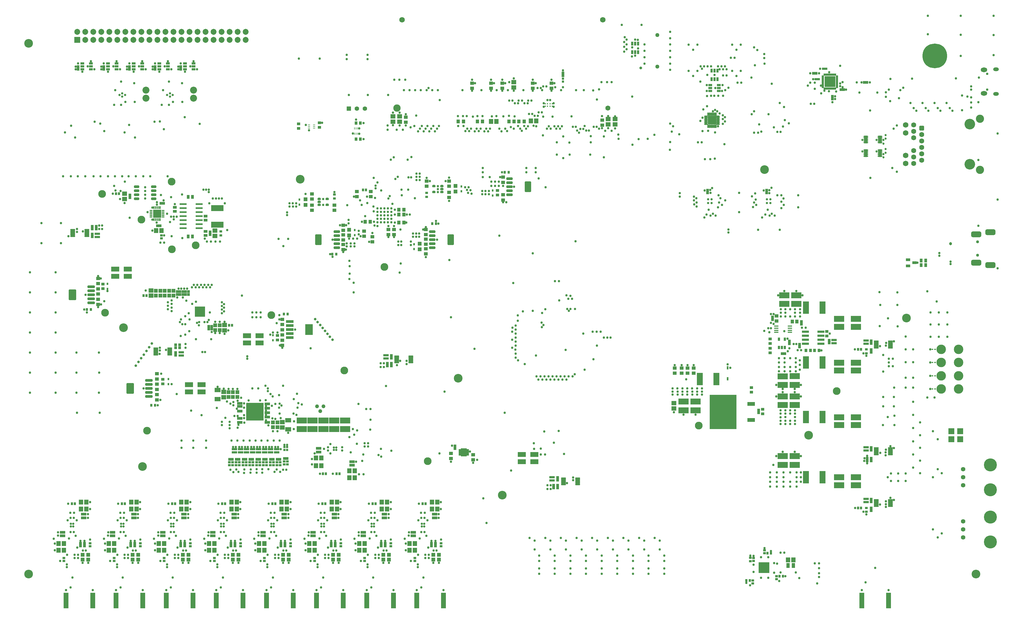
<source format=gbs>
G04*
G04 #@! TF.GenerationSoftware,Altium Limited,Altium Designer,22.6.1 (34)*
G04*
G04 Layer_Color=16711935*
%FSLAX23Y23*%
%MOIN*%
G70*
G04*
G04 #@! TF.SameCoordinates,48DA0B1C-91FB-4976-8A67-4949CEA53551*
G04*
G04*
G04 #@! TF.FilePolarity,Negative*
G04*
G01*
G75*
%ADD50R,0.030X0.035*%
%ADD74R,0.063X0.193*%
%ADD81R,0.035X0.030*%
%ADD85R,0.026X0.009*%
%ADD123R,0.039X0.045*%
%ADD124R,0.036X0.043*%
%ADD126R,0.043X0.036*%
%ADD128R,0.034X0.032*%
%ADD133R,0.031X0.032*%
%ADD134R,0.030X0.026*%
%ADD140R,0.032X0.034*%
%ADD142R,0.063X0.053*%
%ADD144R,0.045X0.039*%
%ADD145O,0.058X0.017*%
G04:AMPARAMS|DCode=149|XSize=30mil|YSize=39mil|CornerRadius=6mil|HoleSize=0mil|Usage=FLASHONLY|Rotation=90.000|XOffset=0mil|YOffset=0mil|HoleType=Round|Shape=RoundedRectangle|*
%AMROUNDEDRECTD149*
21,1,0.030,0.028,0,0,90.0*
21,1,0.018,0.039,0,0,90.0*
1,1,0.012,0.014,0.009*
1,1,0.012,0.014,-0.009*
1,1,0.012,-0.014,-0.009*
1,1,0.012,-0.014,0.009*
%
%ADD149ROUNDEDRECTD149*%
%ADD151R,0.032X0.030*%
%ADD162R,0.057X0.032*%
%ADD168R,0.032X0.031*%
%ADD176R,0.047X0.049*%
%ADD178R,0.053X0.063*%
%ADD180R,0.038X0.045*%
%ADD186C,0.308*%
%ADD187R,0.076X0.076*%
%ADD188C,0.028*%
%ADD189C,0.096*%
%ADD190C,0.087*%
%ADD191R,0.055X0.055*%
%ADD192C,0.055*%
%ADD193C,0.031*%
G04:AMPARAMS|DCode=194|XSize=57mil|YSize=79mil|CornerRadius=29mil|HoleSize=0mil|Usage=FLASHONLY|Rotation=90.000|XOffset=0mil|YOffset=0mil|HoleType=Round|Shape=RoundedRectangle|*
%AMROUNDEDRECTD194*
21,1,0.057,0.022,0,0,90.0*
21,1,0.000,0.079,0,0,90.0*
1,1,0.057,0.011,0.000*
1,1,0.057,0.011,0.000*
1,1,0.057,-0.011,0.000*
1,1,0.057,-0.011,0.000*
%
%ADD194ROUNDEDRECTD194*%
G04:AMPARAMS|DCode=195|XSize=45mil|YSize=71mil|CornerRadius=23mil|HoleSize=0mil|Usage=FLASHONLY|Rotation=90.000|XOffset=0mil|YOffset=0mil|HoleType=Round|Shape=RoundedRectangle|*
%AMROUNDEDRECTD195*
21,1,0.045,0.026,0,0,90.0*
21,1,0.000,0.071,0,0,90.0*
1,1,0.045,0.013,0.000*
1,1,0.045,0.013,0.000*
1,1,0.045,-0.013,0.000*
1,1,0.045,-0.013,0.000*
%
%ADD195ROUNDEDRECTD195*%
%ADD196C,0.055*%
%ADD197C,0.162*%
%ADD198C,0.073*%
%ADD199R,0.073X0.073*%
%ADD200C,0.068*%
G04:AMPARAMS|DCode=201|XSize=71mil|YSize=128mil|CornerRadius=20mil|HoleSize=0mil|Usage=FLASHONLY|Rotation=90.000|XOffset=0mil|YOffset=0mil|HoleType=Round|Shape=RoundedRectangle|*
%AMROUNDEDRECTD201*
21,1,0.071,0.089,0,0,90.0*
21,1,0.031,0.128,0,0,90.0*
1,1,0.039,0.044,0.016*
1,1,0.039,0.044,-0.016*
1,1,0.039,-0.044,-0.016*
1,1,0.039,-0.044,0.016*
%
%ADD201ROUNDEDRECTD201*%
%ADD202C,0.037*%
%ADD203C,0.091*%
%ADD204C,0.063*%
%ADD205C,0.108*%
%ADD206C,0.118*%
%ADD207C,0.051*%
%ADD208C,0.132*%
%ADD209C,0.102*%
%ADD210C,0.068*%
%ADD211C,0.063*%
G04:AMPARAMS|DCode=212|XSize=63mil|YSize=63mil|CornerRadius=18mil|HoleSize=0mil|Usage=FLASHONLY|Rotation=270.000|XOffset=0mil|YOffset=0mil|HoleType=Round|Shape=RoundedRectangle|*
%AMROUNDEDRECTD212*
21,1,0.063,0.028,0,0,270.0*
21,1,0.028,0.063,0,0,270.0*
1,1,0.036,-0.014,-0.014*
1,1,0.036,-0.014,0.014*
1,1,0.036,0.014,0.014*
1,1,0.036,0.014,-0.014*
%
%ADD212ROUNDEDRECTD212*%
%ADD213C,0.030*%
%ADD214C,0.033*%
%ADD215C,0.028*%
%ADD216C,0.048*%
%ADD217C,0.027*%
%ADD218C,0.036*%
%ADD219C,0.038*%
%ADD296R,0.100X0.061*%
%ADD301R,0.024X0.044*%
%ADD302R,0.128X0.075*%
G04:AMPARAMS|DCode=305|XSize=43mil|YSize=24mil|CornerRadius=2mil|HoleSize=0mil|Usage=FLASHONLY|Rotation=90.000|XOffset=0mil|YOffset=0mil|HoleType=Round|Shape=RoundedRectangle|*
%AMROUNDEDRECTD305*
21,1,0.043,0.020,0,0,90.0*
21,1,0.039,0.024,0,0,90.0*
1,1,0.004,0.010,0.020*
1,1,0.004,0.010,-0.020*
1,1,0.004,-0.010,-0.020*
1,1,0.004,-0.010,0.020*
%
%ADD305ROUNDEDRECTD305*%
%ADD306R,0.053X0.016*%
%ADD309R,0.015X0.014*%
%ADD312R,0.090X0.024*%
%ADD316R,0.102X0.102*%
%ADD317R,0.036X0.012*%
%ADD318R,0.012X0.036*%
%ADD327R,0.009X0.026*%
%ADD343R,0.138X0.136*%
%ADD344R,0.129X0.127*%
%ADD345R,0.126X0.073*%
%ADD346R,0.077X0.154*%
%ADD347R,0.044X0.063*%
%ADD348R,0.025X0.032*%
%ADD349R,0.032X0.025*%
%ADD350R,0.024X0.030*%
G04:AMPARAMS|DCode=351|XSize=32mil|YSize=79mil|CornerRadius=6mil|HoleSize=0mil|Usage=FLASHONLY|Rotation=270.000|XOffset=0mil|YOffset=0mil|HoleType=Round|Shape=RoundedRectangle|*
%AMROUNDEDRECTD351*
21,1,0.032,0.067,0,0,270.0*
21,1,0.020,0.079,0,0,270.0*
1,1,0.012,-0.033,-0.010*
1,1,0.012,-0.033,0.010*
1,1,0.012,0.033,0.010*
1,1,0.012,0.033,-0.010*
%
%ADD351ROUNDEDRECTD351*%
G04:AMPARAMS|DCode=352|XSize=132mil|YSize=79mil|CornerRadius=6mil|HoleSize=0mil|Usage=FLASHONLY|Rotation=270.000|XOffset=0mil|YOffset=0mil|HoleType=Round|Shape=RoundedRectangle|*
%AMROUNDEDRECTD352*
21,1,0.132,0.067,0,0,270.0*
21,1,0.120,0.079,0,0,270.0*
1,1,0.012,-0.033,-0.060*
1,1,0.012,-0.033,0.060*
1,1,0.012,0.033,0.060*
1,1,0.012,0.033,-0.060*
%
%ADD352ROUNDEDRECTD352*%
G04:AMPARAMS|DCode=353|XSize=32mil|YSize=91mil|CornerRadius=6mil|HoleSize=0mil|Usage=FLASHONLY|Rotation=90.000|XOffset=0mil|YOffset=0mil|HoleType=Round|Shape=RoundedRectangle|*
%AMROUNDEDRECTD353*
21,1,0.032,0.079,0,0,90.0*
21,1,0.020,0.091,0,0,90.0*
1,1,0.012,0.039,0.010*
1,1,0.012,0.039,-0.010*
1,1,0.012,-0.039,-0.010*
1,1,0.012,-0.039,0.010*
%
%ADD353ROUNDEDRECTD353*%
G04:AMPARAMS|DCode=354|XSize=134mil|YSize=91mil|CornerRadius=6mil|HoleSize=0mil|Usage=FLASHONLY|Rotation=90.000|XOffset=0mil|YOffset=0mil|HoleType=Round|Shape=RoundedRectangle|*
%AMROUNDEDRECTD354*
21,1,0.134,0.079,0,0,90.0*
21,1,0.122,0.091,0,0,90.0*
1,1,0.012,0.039,0.061*
1,1,0.012,0.039,-0.061*
1,1,0.012,-0.039,-0.061*
1,1,0.012,-0.039,0.061*
%
%ADD354ROUNDEDRECTD354*%
G04:AMPARAMS|DCode=355|XSize=20mil|YSize=61mil|CornerRadius=6mil|HoleSize=0mil|Usage=FLASHONLY|Rotation=270.000|XOffset=0mil|YOffset=0mil|HoleType=Round|Shape=RoundedRectangle|*
%AMROUNDEDRECTD355*
21,1,0.020,0.049,0,0,270.0*
21,1,0.008,0.061,0,0,270.0*
1,1,0.012,-0.025,-0.004*
1,1,0.012,-0.025,0.004*
1,1,0.012,0.025,0.004*
1,1,0.012,0.025,-0.004*
%
%ADD355ROUNDEDRECTD355*%
%ADD356R,0.077X0.053*%
%ADD357R,0.335X0.425*%
%ADD358R,0.095X0.049*%
%ADD359R,0.086X0.030*%
%ADD360R,0.043X0.049*%
%ADD361R,0.047X0.051*%
%ADD362R,0.034X0.030*%
%ADD363R,0.154X0.077*%
%ADD364R,0.036X0.045*%
%ADD365R,0.045X0.038*%
%ADD366R,0.045X0.036*%
G04:AMPARAMS|DCode=367|XSize=32mil|YSize=65mil|CornerRadius=6mil|HoleSize=0mil|Usage=FLASHONLY|Rotation=270.000|XOffset=0mil|YOffset=0mil|HoleType=Round|Shape=RoundedRectangle|*
%AMROUNDEDRECTD367*
21,1,0.032,0.053,0,0,270.0*
21,1,0.020,0.065,0,0,270.0*
1,1,0.012,-0.027,-0.010*
1,1,0.012,-0.027,0.010*
1,1,0.012,0.027,0.010*
1,1,0.012,0.027,-0.010*
%
%ADD367ROUNDEDRECTD367*%
%ADD368R,0.047X0.028*%
%ADD369R,0.028X0.047*%
%ADD370O,0.018X0.045*%
%ADD371O,0.045X0.018*%
%ADD372R,0.106X0.106*%
%ADD373R,0.020X0.026*%
%ADD374R,0.026X0.020*%
%ADD375R,0.134X0.134*%
%ADD376R,0.051X0.051*%
%ADD377R,0.093X0.134*%
%ADD378R,0.093X0.036*%
%ADD379R,0.072X0.102*%
%ADD380R,0.030X0.022*%
%ADD381R,0.022X0.018*%
G36*
X3273Y2578D02*
X3274Y2578D01*
X3274Y2358D01*
X3057D01*
X3056Y2575D01*
X3059Y2578D01*
X3273Y2578D01*
D02*
G37*
D50*
X6281Y5452D02*
D03*
X6329D02*
D03*
X1873Y2549D02*
D03*
X1920D02*
D03*
X5376Y4810D02*
D03*
X5424D02*
D03*
X4179Y4430D02*
D03*
X4131D02*
D03*
X1119Y3740D02*
D03*
X1071D02*
D03*
X3574Y3685D02*
D03*
X3526D02*
D03*
D74*
X10733Y116D02*
D03*
X4558D02*
D03*
X4892D02*
D03*
X5183D02*
D03*
X5517D02*
D03*
X11067D02*
D03*
X4267D02*
D03*
X3933D02*
D03*
X3642D02*
D03*
X3308D02*
D03*
X3017D02*
D03*
X2683D02*
D03*
X2392D02*
D03*
X2058D02*
D03*
X1767D02*
D03*
X1433D02*
D03*
X1142D02*
D03*
X808D02*
D03*
D81*
X4155Y5174D02*
D03*
Y5126D02*
D03*
X10790Y3196D02*
D03*
Y3244D02*
D03*
Y1269D02*
D03*
Y1221D02*
D03*
X2740Y4714D02*
D03*
Y4666D02*
D03*
X5305Y5194D02*
D03*
Y5146D02*
D03*
D85*
X3838Y6040D02*
D03*
Y6020D02*
D03*
Y6000D02*
D03*
X3902D02*
D03*
Y6020D02*
D03*
Y6040D02*
D03*
D123*
X5701Y6085D02*
D03*
X5766D02*
D03*
X6457D02*
D03*
X6522D02*
D03*
X4958Y4985D02*
D03*
X5022D02*
D03*
X4602Y4835D02*
D03*
X4538D02*
D03*
X4958Y4825D02*
D03*
X5022D02*
D03*
X4958Y4925D02*
D03*
X5022D02*
D03*
X6333Y6085D02*
D03*
X6397D02*
D03*
X6002D02*
D03*
X5938D02*
D03*
D124*
X10093Y3230D02*
D03*
X10037D02*
D03*
X10198D02*
D03*
X10142D02*
D03*
X4480Y5865D02*
D03*
X4425D02*
D03*
X4480Y6065D02*
D03*
X4425D02*
D03*
D126*
X9590Y3202D02*
D03*
X3710Y6053D02*
D03*
Y5997D02*
D03*
X6190Y5223D02*
D03*
Y5167D02*
D03*
X2017Y2871D02*
D03*
Y2816D02*
D03*
X9495Y2498D02*
D03*
Y2442D02*
D03*
X9355Y2768D02*
D03*
Y2712D02*
D03*
X10295Y3412D02*
D03*
Y3468D02*
D03*
X9590Y3258D02*
D03*
Y3317D02*
D03*
Y3373D02*
D03*
X3970Y6012D02*
D03*
Y6068D02*
D03*
X1270Y4002D02*
D03*
Y4058D02*
D03*
X3445Y3362D02*
D03*
Y3418D02*
D03*
D128*
X1948Y4785D02*
D03*
X1982D02*
D03*
X9772Y3190D02*
D03*
X9738D02*
D03*
X4763Y1145D02*
D03*
X4797D02*
D03*
X4763Y1190D02*
D03*
X4797D02*
D03*
X4532Y920D02*
D03*
X4498D02*
D03*
X4532Y965D02*
D03*
X4498D02*
D03*
X5388Y1190D02*
D03*
X5422D02*
D03*
X5388Y1145D02*
D03*
X5422D02*
D03*
X5157Y920D02*
D03*
X5123D02*
D03*
X5157Y965D02*
D03*
X5123D02*
D03*
X1993Y5065D02*
D03*
X2027D02*
D03*
X10162Y6685D02*
D03*
X10128D02*
D03*
X10797Y6571D02*
D03*
X10763D02*
D03*
X10473Y6480D02*
D03*
X10507D02*
D03*
X3477Y1875D02*
D03*
X3443D02*
D03*
X3392D02*
D03*
X3358D02*
D03*
X3307D02*
D03*
X3273D02*
D03*
X3873Y965D02*
D03*
X3907D02*
D03*
X4172Y1190D02*
D03*
X4138D02*
D03*
X3873Y920D02*
D03*
X3907D02*
D03*
X4172Y1145D02*
D03*
X4138D02*
D03*
X3222Y1875D02*
D03*
X3188D02*
D03*
X3248Y920D02*
D03*
X3282D02*
D03*
X3547Y1190D02*
D03*
X3513D02*
D03*
X3248Y965D02*
D03*
X3282D02*
D03*
X3547Y1145D02*
D03*
X3513D02*
D03*
X3137Y1875D02*
D03*
X3103D02*
D03*
X2922Y1145D02*
D03*
X2888D02*
D03*
X2623Y920D02*
D03*
X2657D02*
D03*
X2922Y1190D02*
D03*
X2888D02*
D03*
X2623Y965D02*
D03*
X2657D02*
D03*
X3052Y1875D02*
D03*
X3018D02*
D03*
X2297Y1190D02*
D03*
X2263D02*
D03*
X2297Y1145D02*
D03*
X2263D02*
D03*
X1998Y965D02*
D03*
X2032D02*
D03*
X1998Y920D02*
D03*
X2032D02*
D03*
X2967Y1875D02*
D03*
X2933D02*
D03*
X1672Y1145D02*
D03*
X1638D02*
D03*
X1373Y965D02*
D03*
X1407D02*
D03*
X1373Y920D02*
D03*
X1407D02*
D03*
X1672Y1190D02*
D03*
X1638D02*
D03*
X2882Y1875D02*
D03*
X2848D02*
D03*
X1047Y1145D02*
D03*
X1013D02*
D03*
X1047Y1190D02*
D03*
X1013D02*
D03*
X748Y965D02*
D03*
X782D02*
D03*
X748Y920D02*
D03*
X782D02*
D03*
X3533Y1885D02*
D03*
X3567D02*
D03*
X3977Y1965D02*
D03*
X3943D02*
D03*
X4358Y1800D02*
D03*
X4392D02*
D03*
X3977Y2010D02*
D03*
X3943D02*
D03*
X4358Y1845D02*
D03*
X4392D02*
D03*
X3337Y2565D02*
D03*
X3303D02*
D03*
X3337Y2335D02*
D03*
X3303D02*
D03*
X3337Y2400D02*
D03*
X3303D02*
D03*
X3337Y2455D02*
D03*
X3303D02*
D03*
X3337Y2510D02*
D03*
X3303D02*
D03*
X2958Y2475D02*
D03*
X2992D02*
D03*
X2958Y2535D02*
D03*
X2992D02*
D03*
X2958Y2570D02*
D03*
X2992D02*
D03*
X2958Y2335D02*
D03*
X2992D02*
D03*
X2958Y2385D02*
D03*
X2992D02*
D03*
D133*
X4512Y5230D02*
D03*
X4548D02*
D03*
X2842Y3545D02*
D03*
X2878D02*
D03*
X10723Y3244D02*
D03*
X10687D02*
D03*
X10723Y1269D02*
D03*
X10687D02*
D03*
X4668Y1320D02*
D03*
X4632D02*
D03*
X5293D02*
D03*
X5257D02*
D03*
X1432Y5185D02*
D03*
X1468D02*
D03*
X4007Y1320D02*
D03*
X4043D02*
D03*
X3382D02*
D03*
X3418D02*
D03*
X2132D02*
D03*
X2168D02*
D03*
X2757D02*
D03*
X2793D02*
D03*
X1507D02*
D03*
X1543D02*
D03*
X882D02*
D03*
X918D02*
D03*
X4048Y1695D02*
D03*
X4012D02*
D03*
X4218D02*
D03*
X4182D02*
D03*
X1777Y3913D02*
D03*
X1813D02*
D03*
D134*
X7005Y6618D02*
D03*
Y6582D02*
D03*
X3567Y1992D02*
D03*
Y2028D02*
D03*
X3532Y1992D02*
D03*
Y2028D02*
D03*
D140*
X2177Y3171D02*
D03*
Y3206D02*
D03*
X2227Y3301D02*
D03*
Y3266D02*
D03*
X2177Y3301D02*
D03*
Y3266D02*
D03*
X10800Y1887D02*
D03*
Y1853D02*
D03*
X2590Y3498D02*
D03*
Y3532D02*
D03*
X2625Y3498D02*
D03*
Y3532D02*
D03*
X2300Y3963D02*
D03*
Y3929D02*
D03*
X9445Y2487D02*
D03*
Y2453D02*
D03*
X10325Y3357D02*
D03*
Y3323D02*
D03*
X10850Y2022D02*
D03*
Y1988D02*
D03*
X9955Y3273D02*
D03*
Y3307D02*
D03*
X9830Y3313D02*
D03*
Y3347D02*
D03*
X10850Y3208D02*
D03*
Y3242D02*
D03*
Y3352D02*
D03*
Y3318D02*
D03*
X9620Y3647D02*
D03*
Y3613D02*
D03*
X9980Y3558D02*
D03*
Y3592D02*
D03*
X10850Y1853D02*
D03*
Y1887D02*
D03*
Y1377D02*
D03*
Y1343D02*
D03*
Y1267D02*
D03*
Y1233D02*
D03*
X6890Y1518D02*
D03*
Y1552D02*
D03*
X6940Y1518D02*
D03*
Y1552D02*
D03*
Y1647D02*
D03*
Y1613D02*
D03*
X4740Y827D02*
D03*
Y793D02*
D03*
X4790Y827D02*
D03*
Y793D02*
D03*
X5365Y827D02*
D03*
Y793D02*
D03*
X5415Y827D02*
D03*
Y793D02*
D03*
X9545Y5193D02*
D03*
Y5227D02*
D03*
X8810Y5193D02*
D03*
Y5227D02*
D03*
X2605Y4707D02*
D03*
Y4673D02*
D03*
X1605Y5167D02*
D03*
Y5133D02*
D03*
X1600Y6767D02*
D03*
Y6733D02*
D03*
X2240D02*
D03*
Y6767D02*
D03*
X1920D02*
D03*
Y6733D02*
D03*
X1280Y6767D02*
D03*
Y6733D02*
D03*
X960Y6767D02*
D03*
Y6733D02*
D03*
X7005Y6653D02*
D03*
Y6687D02*
D03*
X10365Y6397D02*
D03*
Y6363D02*
D03*
X4165Y793D02*
D03*
Y827D02*
D03*
X4115Y793D02*
D03*
Y827D02*
D03*
X3490Y793D02*
D03*
Y827D02*
D03*
X3540Y793D02*
D03*
Y827D02*
D03*
X2240Y793D02*
D03*
Y827D02*
D03*
X2865Y793D02*
D03*
Y827D02*
D03*
X2915Y793D02*
D03*
Y827D02*
D03*
X2290Y793D02*
D03*
Y827D02*
D03*
X1665Y793D02*
D03*
Y827D02*
D03*
X1615Y793D02*
D03*
Y827D02*
D03*
X990Y793D02*
D03*
Y827D02*
D03*
X1040Y793D02*
D03*
Y827D02*
D03*
X2335Y3929D02*
D03*
Y3963D02*
D03*
X2265Y3929D02*
D03*
Y3963D02*
D03*
X2230Y3929D02*
D03*
Y3963D02*
D03*
X2195Y3929D02*
D03*
Y3963D02*
D03*
X1185Y4743D02*
D03*
Y4777D02*
D03*
X1135Y4682D02*
D03*
Y4648D02*
D03*
Y4743D02*
D03*
Y4777D02*
D03*
X4865Y3133D02*
D03*
Y3167D02*
D03*
Y3072D02*
D03*
Y3038D02*
D03*
X4815Y3072D02*
D03*
Y3038D02*
D03*
X5660Y2042D02*
D03*
Y2008D02*
D03*
D142*
X4885Y6148D02*
D03*
Y6082D02*
D03*
X4970Y6148D02*
D03*
Y6082D02*
D03*
X2785Y3482D02*
D03*
Y3548D02*
D03*
X2775Y2713D02*
D03*
Y2647D02*
D03*
X8390Y2507D02*
D03*
Y2573D02*
D03*
X2665Y4723D02*
D03*
Y4657D02*
D03*
X1540Y5183D02*
D03*
Y5117D02*
D03*
X1870Y3979D02*
D03*
Y3913D02*
D03*
X3505Y2338D02*
D03*
Y2272D02*
D03*
X6392Y6508D02*
D03*
Y6575D02*
D03*
X7570Y6047D02*
D03*
Y6113D02*
D03*
X7655Y6047D02*
D03*
Y6113D02*
D03*
D144*
X6108Y6562D02*
D03*
Y6498D02*
D03*
X6260Y5170D02*
D03*
Y5105D02*
D03*
Y5325D02*
D03*
Y5390D02*
D03*
X4610Y5148D02*
D03*
Y5212D02*
D03*
X4435Y5148D02*
D03*
Y5212D02*
D03*
X1942Y2616D02*
D03*
Y2681D02*
D03*
Y2941D02*
D03*
Y2876D02*
D03*
Y2746D02*
D03*
Y2811D02*
D03*
X5045Y6137D02*
D03*
Y6073D02*
D03*
X8635Y3012D02*
D03*
Y2948D02*
D03*
X8400D02*
D03*
Y3012D02*
D03*
X8485D02*
D03*
Y2948D02*
D03*
X8560Y3012D02*
D03*
Y2948D02*
D03*
X9670Y3662D02*
D03*
Y3598D02*
D03*
X4630Y4647D02*
D03*
Y4583D02*
D03*
X4525Y4717D02*
D03*
Y4653D02*
D03*
X4900Y4737D02*
D03*
Y4673D02*
D03*
X4830Y4737D02*
D03*
Y4673D02*
D03*
X6250Y6498D02*
D03*
Y6562D02*
D03*
X6864Y6498D02*
D03*
Y6562D02*
D03*
X6628Y6498D02*
D03*
Y6562D02*
D03*
X5872Y6498D02*
D03*
Y6562D02*
D03*
X7495Y6038D02*
D03*
Y6102D02*
D03*
X5585Y5342D02*
D03*
Y5278D02*
D03*
Y5138D02*
D03*
Y5202D02*
D03*
X5305Y5342D02*
D03*
Y5278D02*
D03*
X3875Y5182D02*
D03*
Y5118D02*
D03*
X4155Y4978D02*
D03*
Y5042D02*
D03*
X3875Y4978D02*
D03*
Y5042D02*
D03*
X5295Y4433D02*
D03*
Y4497D02*
D03*
Y4617D02*
D03*
Y4553D02*
D03*
Y4737D02*
D03*
Y4673D02*
D03*
X4265Y4608D02*
D03*
Y4672D02*
D03*
Y4488D02*
D03*
Y4552D02*
D03*
Y4792D02*
D03*
Y4728D02*
D03*
X1210Y4127D02*
D03*
Y4063D02*
D03*
Y3803D02*
D03*
Y3867D02*
D03*
Y3933D02*
D03*
Y3997D02*
D03*
X3505Y3617D02*
D03*
Y3553D02*
D03*
Y3293D02*
D03*
Y3357D02*
D03*
Y3487D02*
D03*
Y3423D02*
D03*
X5610Y1947D02*
D03*
Y1883D02*
D03*
X5885Y1932D02*
D03*
Y1868D02*
D03*
D145*
X10958Y5729D02*
D03*
Y5710D02*
D03*
Y5690D02*
D03*
Y5670D02*
D03*
Y5651D02*
D03*
X10782Y5729D02*
D03*
Y5710D02*
D03*
Y5690D02*
D03*
Y5670D02*
D03*
Y5651D02*
D03*
X10958Y5899D02*
D03*
Y5880D02*
D03*
Y5860D02*
D03*
Y5840D02*
D03*
Y5821D02*
D03*
X10782Y5899D02*
D03*
Y5880D02*
D03*
Y5860D02*
D03*
Y5840D02*
D03*
Y5821D02*
D03*
D149*
X4065Y5043D02*
D03*
Y5117D02*
D03*
X3965D02*
D03*
Y5080D02*
D03*
Y5043D02*
D03*
X5495Y5277D02*
D03*
Y5240D02*
D03*
Y5203D02*
D03*
X5395D02*
D03*
Y5277D02*
D03*
D151*
X2263Y3209D02*
D03*
X2230D02*
D03*
X2263Y3169D02*
D03*
X2230D02*
D03*
X10402Y3320D02*
D03*
X10368D02*
D03*
X10402Y3360D02*
D03*
X10368D02*
D03*
X10768Y2025D02*
D03*
X10802D02*
D03*
X10768Y1985D02*
D03*
X10802D02*
D03*
X10768Y3315D02*
D03*
X10802D02*
D03*
X10768Y3355D02*
D03*
X10802D02*
D03*
X10768Y1380D02*
D03*
X10802D02*
D03*
X10768Y1340D02*
D03*
X10802D02*
D03*
X6853Y1650D02*
D03*
X6887D02*
D03*
X6853Y1610D02*
D03*
X6887D02*
D03*
X10158Y6610D02*
D03*
X10192D02*
D03*
X10253Y6740D02*
D03*
X10287D02*
D03*
X1183Y4645D02*
D03*
X1217D02*
D03*
X1183Y4685D02*
D03*
X1217D02*
D03*
X4817Y3170D02*
D03*
X4783D02*
D03*
X4817Y3130D02*
D03*
X4783D02*
D03*
D162*
X11391Y4323D02*
D03*
X11309Y4361D02*
D03*
Y4286D02*
D03*
D168*
X9671Y417D02*
D03*
Y381D02*
D03*
X9521Y704D02*
D03*
Y740D02*
D03*
X9384Y609D02*
D03*
Y644D02*
D03*
X9372Y364D02*
D03*
Y328D02*
D03*
X4533Y643D02*
D03*
Y607D02*
D03*
X3908D02*
D03*
Y643D02*
D03*
X3283Y607D02*
D03*
Y643D02*
D03*
X2658Y607D02*
D03*
Y643D02*
D03*
X2033Y607D02*
D03*
Y643D02*
D03*
X1408Y607D02*
D03*
Y643D02*
D03*
X783Y607D02*
D03*
Y643D02*
D03*
X4860Y792D02*
D03*
Y828D02*
D03*
X3480Y1802D02*
D03*
Y1838D02*
D03*
X2885Y1802D02*
D03*
Y1838D02*
D03*
X5485Y792D02*
D03*
Y828D02*
D03*
X5158Y643D02*
D03*
Y607D02*
D03*
X2000Y4627D02*
D03*
Y4663D02*
D03*
X3440Y1802D02*
D03*
Y1838D02*
D03*
X3395D02*
D03*
Y1802D02*
D03*
X3355D02*
D03*
Y1838D02*
D03*
X3270Y1802D02*
D03*
Y1838D02*
D03*
X3310D02*
D03*
Y1802D02*
D03*
X4235Y828D02*
D03*
Y792D02*
D03*
X3225Y1838D02*
D03*
Y1802D02*
D03*
X3185D02*
D03*
Y1838D02*
D03*
X3610Y828D02*
D03*
Y792D02*
D03*
X3100Y1802D02*
D03*
Y1838D02*
D03*
X3140D02*
D03*
Y1802D02*
D03*
X2985Y828D02*
D03*
Y792D02*
D03*
X3015Y1802D02*
D03*
Y1838D02*
D03*
X3055D02*
D03*
Y1802D02*
D03*
X2360Y828D02*
D03*
Y792D02*
D03*
X2970Y1838D02*
D03*
Y1802D02*
D03*
X2930D02*
D03*
Y1838D02*
D03*
X1735Y828D02*
D03*
Y792D02*
D03*
X2845Y1802D02*
D03*
Y1838D02*
D03*
X1110Y828D02*
D03*
Y792D02*
D03*
X3570Y1812D02*
D03*
Y1848D02*
D03*
X3530D02*
D03*
Y1812D02*
D03*
D176*
X2670Y3545D02*
D03*
Y3485D02*
D03*
X2725Y3545D02*
D03*
Y3485D02*
D03*
X2945Y2710D02*
D03*
Y2650D02*
D03*
X2890Y2710D02*
D03*
Y2650D02*
D03*
X2835Y2710D02*
D03*
Y2650D02*
D03*
X1930Y3916D02*
D03*
Y3976D02*
D03*
X2150Y3916D02*
D03*
Y3976D02*
D03*
X2095Y3916D02*
D03*
Y3976D02*
D03*
X2040D02*
D03*
Y3916D02*
D03*
X1985Y3976D02*
D03*
Y3916D02*
D03*
X3445Y2335D02*
D03*
Y2275D02*
D03*
X3390Y2335D02*
D03*
Y2275D02*
D03*
D178*
X9813Y621D02*
D03*
X9880D02*
D03*
X4747Y1340D02*
D03*
X4813D02*
D03*
X4747Y1255D02*
D03*
X4813D02*
D03*
X4533Y825D02*
D03*
X4467D02*
D03*
X4533Y740D02*
D03*
X4467D02*
D03*
X5372Y1255D02*
D03*
X5438D02*
D03*
X5372Y1340D02*
D03*
X5438D02*
D03*
X5158Y740D02*
D03*
X5092D02*
D03*
X5158Y825D02*
D03*
X5092D02*
D03*
X2000Y4724D02*
D03*
X1933D02*
D03*
X3842Y825D02*
D03*
X3908D02*
D03*
X4188Y1255D02*
D03*
X4122D02*
D03*
X3842Y740D02*
D03*
X3908D02*
D03*
X4188Y1340D02*
D03*
X4122D02*
D03*
X3217Y825D02*
D03*
X3283D02*
D03*
X3217Y740D02*
D03*
X3283D02*
D03*
X3563Y1255D02*
D03*
X3497D02*
D03*
X3563Y1340D02*
D03*
X3497D02*
D03*
X2592Y825D02*
D03*
X2658D02*
D03*
X2938Y1255D02*
D03*
X2872D02*
D03*
X2938Y1340D02*
D03*
X2872D02*
D03*
X2592Y740D02*
D03*
X2658D02*
D03*
X1967Y825D02*
D03*
X2033D02*
D03*
X2313Y1340D02*
D03*
X2247D02*
D03*
X2313Y1255D02*
D03*
X2247D02*
D03*
X1967Y740D02*
D03*
X2033D02*
D03*
X1342Y825D02*
D03*
X1408D02*
D03*
X1688Y1255D02*
D03*
X1622D02*
D03*
X1342Y740D02*
D03*
X1408D02*
D03*
X1688Y1340D02*
D03*
X1622D02*
D03*
X1063Y1255D02*
D03*
X997D02*
D03*
X1063Y1340D02*
D03*
X997D02*
D03*
X717Y825D02*
D03*
X783D02*
D03*
X717Y740D02*
D03*
X783D02*
D03*
X3993Y1795D02*
D03*
X3927D02*
D03*
X4342Y1730D02*
D03*
X4408D02*
D03*
X3993Y1890D02*
D03*
X3927D02*
D03*
X4342Y1645D02*
D03*
X4408D02*
D03*
X6606Y6090D02*
D03*
X6673D02*
D03*
X6110Y6085D02*
D03*
X6177D02*
D03*
D180*
X11528Y4296D02*
D03*
X11472D02*
D03*
X11528Y4351D02*
D03*
X11472D02*
D03*
D186*
X11644Y6901D02*
D03*
D187*
X11850Y2125D02*
D03*
Y2225D02*
D03*
X11960Y2125D02*
D03*
Y2225D02*
D03*
D188*
X4620Y1039D02*
D03*
Y1071D02*
D03*
X4650Y1039D02*
D03*
Y1071D02*
D03*
X5245Y1039D02*
D03*
Y1071D02*
D03*
X5275Y1039D02*
D03*
Y1071D02*
D03*
X3369Y1039D02*
D03*
Y1071D02*
D03*
X3401Y1039D02*
D03*
Y1071D02*
D03*
X869Y1039D02*
D03*
Y1071D02*
D03*
X900Y1039D02*
D03*
Y1071D02*
D03*
X4181Y1990D02*
D03*
X4149D02*
D03*
X4181Y2020D02*
D03*
X4149D02*
D03*
X4025Y1071D02*
D03*
Y1039D02*
D03*
X3994Y1071D02*
D03*
Y1039D02*
D03*
X2776Y1071D02*
D03*
Y1039D02*
D03*
X2744Y1071D02*
D03*
Y1039D02*
D03*
X2151Y1071D02*
D03*
Y1039D02*
D03*
X2119Y1071D02*
D03*
Y1039D02*
D03*
X1526Y1071D02*
D03*
Y1039D02*
D03*
X1495Y1071D02*
D03*
Y1039D02*
D03*
D189*
X1295Y3700D02*
D03*
X1750Y4860D02*
D03*
X1260Y5180D02*
D03*
X2130Y4490D02*
D03*
X2425Y4540D02*
D03*
X2125Y5335D02*
D03*
X8700Y2295D02*
D03*
X10420Y2725D02*
D03*
X5320Y1850D02*
D03*
X1820Y2230D02*
D03*
X4280Y2980D02*
D03*
X4780Y4270D02*
D03*
X3370Y3670D02*
D03*
D190*
X1805Y6473D02*
D03*
Y6373D02*
D03*
X2400Y6473D02*
D03*
Y6373D02*
D03*
D191*
X4335Y6245D02*
D03*
D192*
X4435D02*
D03*
X4535D02*
D03*
D193*
X12297Y6678D02*
D03*
Y6482D02*
D03*
D194*
X12256Y6433D02*
D03*
Y6727D02*
D03*
D195*
X12405Y6427D02*
D03*
Y6733D02*
D03*
D196*
X11995Y1750D02*
D03*
Y1650D02*
D03*
Y1550D02*
D03*
Y1100D02*
D03*
Y1000D02*
D03*
Y900D02*
D03*
D197*
X12335Y1805D02*
D03*
Y1495D02*
D03*
Y1155D02*
D03*
Y845D02*
D03*
D198*
X3050Y7200D02*
D03*
Y7100D02*
D03*
X2950Y7200D02*
D03*
Y7100D02*
D03*
X2850Y7200D02*
D03*
Y7100D02*
D03*
X2750Y7200D02*
D03*
Y7100D02*
D03*
X2650Y7200D02*
D03*
Y7100D02*
D03*
X2550Y7200D02*
D03*
Y7100D02*
D03*
X2450Y7200D02*
D03*
Y7100D02*
D03*
X2350Y7200D02*
D03*
Y7100D02*
D03*
X2250Y7200D02*
D03*
Y7100D02*
D03*
X2150Y7200D02*
D03*
Y7100D02*
D03*
X2050Y7200D02*
D03*
Y7100D02*
D03*
X1950Y7200D02*
D03*
Y7100D02*
D03*
X1850Y7200D02*
D03*
Y7100D02*
D03*
X1750Y7200D02*
D03*
Y7100D02*
D03*
X1650Y7200D02*
D03*
Y7100D02*
D03*
X1550Y7200D02*
D03*
Y7100D02*
D03*
X1450Y7200D02*
D03*
Y7100D02*
D03*
X1350Y7200D02*
D03*
Y7100D02*
D03*
X1250Y7200D02*
D03*
Y7100D02*
D03*
X1150Y7200D02*
D03*
Y7100D02*
D03*
X1050Y7200D02*
D03*
Y7100D02*
D03*
X950Y7200D02*
D03*
D199*
Y7100D02*
D03*
D200*
X7502Y7352D02*
D03*
X4998D02*
D03*
D201*
X12335Y4705D02*
D03*
Y4295D02*
D03*
X12160Y4323D02*
D03*
Y4677D02*
D03*
D202*
X12176Y4417D02*
D03*
Y4583D02*
D03*
D203*
X4935Y6250D02*
D03*
D204*
X7565D02*
D03*
D205*
X344Y7058D02*
D03*
Y444D02*
D03*
X9518Y5483D02*
D03*
X3730Y5365D02*
D03*
X11289Y3633D02*
D03*
X5699Y2885D02*
D03*
X1526Y3515D02*
D03*
X10069Y2176D02*
D03*
X6250Y1428D02*
D03*
X1762Y1783D02*
D03*
X12156Y444D02*
D03*
D206*
X11723Y2750D02*
D03*
Y2915D02*
D03*
Y3081D02*
D03*
Y3246D02*
D03*
X11940D02*
D03*
Y3081D02*
D03*
Y2915D02*
D03*
Y2750D02*
D03*
D207*
X8184Y7161D02*
D03*
Y6767D02*
D03*
D208*
X12081Y5550D02*
D03*
Y6050D02*
D03*
D209*
X12206Y6118D02*
D03*
Y5482D02*
D03*
D210*
X11281Y5940D02*
D03*
Y5660D02*
D03*
Y6040D02*
D03*
Y5560D02*
D03*
D211*
X11381Y5880D02*
D03*
Y5720D02*
D03*
Y5960D02*
D03*
Y5640D02*
D03*
Y6040D02*
D03*
Y5560D02*
D03*
X11481Y5840D02*
D03*
Y5760D02*
D03*
Y5680D02*
D03*
Y5920D02*
D03*
Y5600D02*
D03*
D212*
Y6000D02*
D03*
D213*
X4799Y2788D02*
D03*
X3004Y3913D02*
D03*
X3068Y3159D02*
D03*
Y3128D02*
D03*
X3565Y4919D02*
D03*
Y4950D02*
D03*
X11373Y2592D02*
D03*
Y2768D02*
D03*
Y3083D02*
D03*
Y3246D02*
D03*
Y2891D02*
D03*
X10998Y3176D02*
D03*
Y2967D02*
D03*
X11055Y1650D02*
D03*
X11095Y1606D02*
D03*
X11187D02*
D03*
X11278D02*
D03*
X11057Y2400D02*
D03*
X11059Y3630D02*
D03*
X1222Y2954D02*
D03*
X4895Y5639D02*
D03*
X4859Y5609D02*
D03*
X3377Y2028D02*
D03*
X3343D02*
D03*
X3302D02*
D03*
X3268D02*
D03*
X3227D02*
D03*
X3193D02*
D03*
X3118D02*
D03*
X3152D02*
D03*
X3043D02*
D03*
X3077D02*
D03*
X2893D02*
D03*
X2927D02*
D03*
X2947Y2108D02*
D03*
X3033Y2332D02*
D03*
X3228Y2609D02*
D03*
X3086D02*
D03*
X3031Y2387D02*
D03*
Y2572D02*
D03*
Y2423D02*
D03*
X3301Y2610D02*
D03*
X3382Y2383D02*
D03*
X3332Y2298D02*
D03*
X3377Y2541D02*
D03*
X3031Y2517D02*
D03*
X2968Y2028D02*
D03*
X3002D02*
D03*
X3023Y2108D02*
D03*
X3418Y2028D02*
D03*
X3452D02*
D03*
X3256Y1750D02*
D03*
X3256Y1708D02*
D03*
X2933Y1749D02*
D03*
X2858Y1746D02*
D03*
X2896Y1715D02*
D03*
X2396Y2017D02*
D03*
X2556D02*
D03*
X2250D02*
D03*
X835Y1320D02*
D03*
X3390Y2226D02*
D03*
X3398Y2108D02*
D03*
X3972Y6867D02*
D03*
X4968Y4202D02*
D03*
X3714Y6867D02*
D03*
X3445Y2226D02*
D03*
X4402Y2182D02*
D03*
X4386Y2251D02*
D03*
X3650D02*
D03*
X3580Y2203D02*
D03*
X2872Y2108D02*
D03*
X3473D02*
D03*
X3322D02*
D03*
X3247D02*
D03*
X3172D02*
D03*
X3098D02*
D03*
X9635Y6011D02*
D03*
X10493Y6512D02*
D03*
X10463Y6523D02*
D03*
Y6559D02*
D03*
X10493Y6573D02*
D03*
X10833Y6571D02*
D03*
X10731D02*
D03*
X10668D02*
D03*
X6892Y2082D02*
D03*
X6774Y2220D02*
D03*
X7019Y1941D02*
D03*
X6644Y2074D02*
D03*
X6728Y2009D02*
D03*
X6646Y2006D02*
D03*
X6783Y1933D02*
D03*
X6730Y1934D02*
D03*
X5105Y6012D02*
D03*
X4332Y4813D02*
D03*
X4830Y4782D02*
D03*
X4692Y4782D02*
D03*
X6444Y3602D02*
D03*
X9515Y6924D02*
D03*
Y6875D02*
D03*
X10926Y6444D02*
D03*
X11907Y6620D02*
D03*
X11360Y6619D02*
D03*
X11091Y6614D02*
D03*
X10702Y6444D02*
D03*
X9004Y6405D02*
D03*
X8944Y6404D02*
D03*
X8893Y6403D02*
D03*
X8854Y6403D02*
D03*
X8804Y6402D02*
D03*
X8802Y6273D02*
D03*
X8756Y6234D02*
D03*
X7010Y5628D02*
D03*
X8145Y5918D02*
D03*
X8343Y5827D02*
D03*
X8341Y5731D02*
D03*
X8362Y5958D02*
D03*
X8062Y5867D02*
D03*
X7951Y5866D02*
D03*
X7698Y5868D02*
D03*
X7517Y5899D02*
D03*
Y5637D02*
D03*
X7354Y5902D02*
D03*
Y5823D02*
D03*
X7346Y5670D02*
D03*
X7011Y5899D02*
D03*
X6931Y5823D02*
D03*
X7086Y5821D02*
D03*
X7088Y5672D02*
D03*
X6929Y5671D02*
D03*
X5590Y4358D02*
D03*
X6385Y4071D02*
D03*
X6631Y4442D02*
D03*
X3860Y3258D02*
D03*
X945Y2454D02*
D03*
X939Y2704D02*
D03*
X940Y2954D02*
D03*
X939Y3205D02*
D03*
X1221D02*
D03*
X1221Y2704D02*
D03*
X1228Y2454D02*
D03*
X2396Y2109D02*
D03*
X2250D02*
D03*
X2556D02*
D03*
X11549Y2646D02*
D03*
X11641Y2645D02*
D03*
X11095Y1698D02*
D03*
X11187D02*
D03*
X11278D02*
D03*
X11458Y2334D02*
D03*
X11373Y1771D02*
D03*
X11458Y1859D02*
D03*
X11373Y1935D02*
D03*
X11458Y2018D02*
D03*
X11373Y2099D02*
D03*
X11458Y2176D02*
D03*
X11373Y2264D02*
D03*
Y2428D02*
D03*
X11458Y1701D02*
D03*
X11139Y2302D02*
D03*
X10997D02*
D03*
X11138Y2418D02*
D03*
X11137Y2767D02*
D03*
X11281Y2768D02*
D03*
Y2891D02*
D03*
X11134Y2534D02*
D03*
Y2651D02*
D03*
X10998Y2534D02*
D03*
Y2651D02*
D03*
X11281Y3083D02*
D03*
X11070Y3081D02*
D03*
X11119Y3127D02*
D03*
X11070Y3033D02*
D03*
Y3127D02*
D03*
X11119Y3033D02*
D03*
X11281Y3246D02*
D03*
Y3403D02*
D03*
X11180Y3530D02*
D03*
X10957Y3535D02*
D03*
X11175Y3799D02*
D03*
X10962Y3799D02*
D03*
X10953Y3957D02*
D03*
X11175Y3956D02*
D03*
X11665Y3841D02*
D03*
X11551Y3967D02*
D03*
X11591Y3402D02*
D03*
Y3554D02*
D03*
Y3705D02*
D03*
X11694D02*
D03*
Y3554D02*
D03*
Y3402D02*
D03*
X11798D02*
D03*
Y3554D02*
D03*
Y3705D02*
D03*
X4332Y4859D02*
D03*
X503Y4567D02*
D03*
Y4817D02*
D03*
X746Y4567D02*
D03*
Y4817D02*
D03*
X359Y3956D02*
D03*
Y4206D02*
D03*
Y3706D02*
D03*
Y3455D02*
D03*
Y3205D02*
D03*
Y2954D02*
D03*
Y2704D02*
D03*
X681D02*
D03*
Y2954D02*
D03*
Y3205D02*
D03*
Y3455D02*
D03*
Y3706D02*
D03*
Y4206D02*
D03*
Y3956D02*
D03*
X3459Y4620D02*
D03*
X3578D02*
D03*
X3521Y4531D02*
D03*
X6281Y2454D02*
D03*
X6014Y1388D02*
D03*
X6054Y1081D02*
D03*
X6952Y2228D02*
D03*
X6361Y1733D02*
D03*
X5531Y2717D02*
D03*
X5903Y3252D02*
D03*
X5611Y3644D02*
D03*
X7163Y4591D02*
D03*
X6214Y4660D02*
D03*
X2536Y3585D02*
D03*
X2603Y3705D02*
D03*
X2470Y3586D02*
D03*
X2442Y3576D02*
D03*
X9908Y464D02*
D03*
X9344Y676D02*
D03*
X9384Y672D02*
D03*
X9521Y767D02*
D03*
X9601Y732D02*
D03*
X9293Y336D02*
D03*
X9340Y305D02*
D03*
X9704Y357D02*
D03*
X9778Y417D02*
D03*
X9639Y461D02*
D03*
Y582D02*
D03*
X9567Y654D02*
D03*
X9476D02*
D03*
X9476Y399D02*
D03*
X9567D02*
D03*
X9384Y471D02*
D03*
Y562D02*
D03*
X9677Y575D02*
D03*
X9561Y477D02*
D03*
X9462Y477D02*
D03*
X9561Y576D02*
D03*
X9462Y576D02*
D03*
Y526D02*
D03*
X9561Y526D02*
D03*
X9512Y526D02*
D03*
Y576D02*
D03*
Y477D02*
D03*
X8390Y2460D02*
D03*
X8510Y2432D02*
D03*
X8660D02*
D03*
X6640Y6030D02*
D03*
X2941Y2506D02*
D03*
X9764Y6266D02*
D03*
X9710Y6315D02*
D03*
X10414Y6457D02*
D03*
X11699Y4444D02*
D03*
Y4412D02*
D03*
X3567Y2056D02*
D03*
X3532D02*
D03*
X5624Y2043D02*
D03*
X7057Y1577D02*
D03*
X5610Y1844D02*
D03*
X5465Y1947D02*
D03*
X2700Y2779D02*
D03*
X2775Y2755D02*
D03*
X2835Y2751D02*
D03*
X2890D02*
D03*
X2945D02*
D03*
X1054Y3925D02*
D03*
X3235Y3646D02*
D03*
Y3703D02*
D03*
X3184D02*
D03*
Y3646D02*
D03*
X3133Y3703D02*
D03*
Y3646D02*
D03*
X1804Y3979D02*
D03*
X2213Y4002D02*
D03*
X2247D02*
D03*
X2283D02*
D03*
X2318D02*
D03*
X6766Y6269D02*
D03*
X6766Y6310D02*
D03*
X6891D02*
D03*
X6891Y6269D02*
D03*
X10059Y6530D02*
D03*
X10127Y6610D02*
D03*
X10090Y6685D02*
D03*
X7874Y5794D02*
D03*
X8736Y5825D02*
D03*
X8689D02*
D03*
X7697Y5921D02*
D03*
X8457Y5925D02*
D03*
X8380Y6025D02*
D03*
X8342Y6058D02*
D03*
X7771Y6955D02*
D03*
Y7015D02*
D03*
X8023Y6806D02*
D03*
X9046Y6733D02*
D03*
Y6658D02*
D03*
X9003D02*
D03*
X8959Y6733D02*
D03*
X8895Y6665D02*
D03*
X8902Y5949D02*
D03*
X8940Y6025D02*
D03*
X9000Y6056D02*
D03*
X9026Y6084D02*
D03*
X9027Y6139D02*
D03*
X8999Y6160D02*
D03*
X8930Y6210D02*
D03*
X8875Y6212D02*
D03*
X8718Y6090D02*
D03*
X8746Y6130D02*
D03*
X6911Y6510D02*
D03*
X1603Y4883D02*
D03*
X4342Y4122D02*
D03*
X4345Y4282D02*
D03*
Y4187D02*
D03*
X4397Y4075D02*
D03*
Y3955D02*
D03*
X1995Y2941D02*
D03*
X3517Y1746D02*
D03*
X3435Y1749D02*
D03*
X2582Y4049D02*
D03*
X5115Y5641D02*
D03*
X2402Y4049D02*
D03*
X2079Y3787D02*
D03*
X5789Y5963D02*
D03*
X2079Y3743D02*
D03*
X2753Y3830D02*
D03*
X2781Y3763D02*
D03*
X2753Y3785D02*
D03*
X2781Y3717D02*
D03*
X3355Y3427D02*
D03*
X6005Y5503D02*
D03*
Y5452D02*
D03*
X6092Y5390D02*
D03*
X6005D02*
D03*
X7206Y5946D02*
D03*
X8900Y5622D02*
D03*
X8842Y5613D02*
D03*
X8775D02*
D03*
X1012Y6704D02*
D03*
X960Y6807D02*
D03*
X6584Y6179D02*
D03*
X6624D02*
D03*
X5093Y6473D02*
D03*
X5022D02*
D03*
X5164D02*
D03*
X1164Y6733D02*
D03*
X1118Y6835D02*
D03*
X6654Y6154D02*
D03*
X6694D02*
D03*
X4573Y6415D02*
D03*
X1597Y6042D02*
D03*
X1280Y6807D02*
D03*
X1332Y6704D02*
D03*
X6702Y6197D02*
D03*
X6742D02*
D03*
X6565Y6310D02*
D03*
X6525D02*
D03*
X4827Y6415D02*
D03*
X5470Y6351D02*
D03*
X1484Y6733D02*
D03*
X6336Y6346D02*
D03*
X1438Y6835D02*
D03*
X6392Y6468D02*
D03*
X6321Y6473D02*
D03*
X6337Y6575D02*
D03*
X1652Y6704D02*
D03*
X1600Y6807D02*
D03*
X6454Y6346D02*
D03*
X6392Y6621D02*
D03*
X6495Y6346D02*
D03*
X6447Y6310D02*
D03*
X6407D02*
D03*
X2288Y6137D02*
D03*
X1912Y6080D02*
D03*
X1980Y6085D02*
D03*
X1804Y6733D02*
D03*
X1758Y6835D02*
D03*
X6512Y6473D02*
D03*
X1972Y6704D02*
D03*
X1920Y6807D02*
D03*
X6572Y6346D02*
D03*
X2124Y6733D02*
D03*
X6613Y6346D02*
D03*
X2078Y6835D02*
D03*
X6628Y6468D02*
D03*
X6628Y6606D02*
D03*
X6730Y6502D02*
D03*
X2292Y6704D02*
D03*
X6691Y6502D02*
D03*
X2240Y6807D02*
D03*
X6665Y6562D02*
D03*
X6761Y6520D02*
D03*
X6801D02*
D03*
X2255Y6561D02*
D03*
X2358Y6770D02*
D03*
X2444Y6733D02*
D03*
X2398Y6835D02*
D03*
X5807Y6150D02*
D03*
X5760D02*
D03*
X5695Y6150D02*
D03*
X5813Y5994D02*
D03*
X5836Y5963D02*
D03*
X5860Y5994D02*
D03*
X5884Y6146D02*
D03*
X5907Y5962D02*
D03*
X5931Y5994D02*
D03*
X5955Y5965D02*
D03*
X5978Y5994D02*
D03*
X6026Y5962D02*
D03*
X6049Y5994D02*
D03*
X6073Y5962D02*
D03*
X6096Y5994D02*
D03*
X6120Y6147D02*
D03*
X6755Y5912D02*
D03*
X6829Y6025D02*
D03*
X6805Y5995D02*
D03*
X6852Y5994D02*
D03*
X6876Y6144D02*
D03*
X6900Y6025D02*
D03*
X6923Y5994D02*
D03*
X6947Y6025D02*
D03*
X6970Y5995D02*
D03*
X6994Y6025D02*
D03*
X7112Y6148D02*
D03*
X6377Y6346D02*
D03*
X4465Y5997D02*
D03*
X4004Y6068D02*
D03*
X3799Y6040D02*
D03*
X3838Y5973D02*
D03*
X4465Y5932D02*
D03*
X4385Y5933D02*
D03*
X4425Y6108D02*
D03*
X4518Y5865D02*
D03*
Y6065D02*
D03*
X8344Y7200D02*
D03*
X2475Y6055D02*
D03*
X6758Y6145D02*
D03*
X6250Y6606D02*
D03*
X6287Y6562D02*
D03*
X6250Y6468D02*
D03*
X6108Y6606D02*
D03*
X6108Y6468D02*
D03*
X6146Y6562D02*
D03*
X4335Y6415D02*
D03*
X5305Y6473D02*
D03*
X5329Y6500D02*
D03*
X6982Y6473D02*
D03*
X6746D02*
D03*
X6179D02*
D03*
X5990D02*
D03*
X5754D02*
D03*
X2209Y6733D02*
D03*
Y6767D02*
D03*
X1889Y6733D02*
D03*
Y6767D02*
D03*
X2038Y6770D02*
D03*
X1569Y6733D02*
D03*
Y6767D02*
D03*
X1718Y6770D02*
D03*
X1249Y6733D02*
D03*
Y6767D02*
D03*
X1398Y6770D02*
D03*
X1078D02*
D03*
X929Y6767D02*
D03*
Y6733D02*
D03*
X11586Y3246D02*
D03*
Y3081D02*
D03*
Y2915D02*
D03*
Y2750D02*
D03*
X4134Y4610D02*
D03*
X8643Y5051D02*
D03*
X2588Y3611D02*
D03*
X2833Y3482D02*
D03*
X2242Y3618D02*
D03*
X2349Y3619D02*
D03*
X2229Y3585D02*
D03*
X2260Y3557D02*
D03*
X2295D02*
D03*
X2338Y3694D02*
D03*
X2295Y3658D02*
D03*
X6785Y3743D02*
D03*
X9508Y5226D02*
D03*
X9408Y5110D02*
D03*
X9720Y5953D02*
D03*
X9680Y5953D02*
D03*
X9390Y5943D02*
D03*
X9439D02*
D03*
X9364Y5151D02*
D03*
X9404Y5187D02*
D03*
X10900Y520D02*
D03*
X6845Y6351D02*
D03*
X6812D02*
D03*
X9749Y6021D02*
D03*
X9824Y6060D02*
D03*
X9774Y6101D02*
D03*
X9478Y5958D02*
D03*
X9453Y6047D02*
D03*
X9391Y6212D02*
D03*
X9359Y6176D02*
D03*
X9568D02*
D03*
X11838Y4307D02*
D03*
Y4339D02*
D03*
X11427Y4323D02*
D03*
X5158Y5127D02*
D03*
X3515Y2792D02*
D03*
X7132Y1648D02*
D03*
X11032Y1281D02*
D03*
X10800Y1917D02*
D03*
X9718Y2315D02*
D03*
Y2354D02*
D03*
X9895Y1967D02*
D03*
X9745D02*
D03*
X9667Y1914D02*
D03*
X9840Y1712D02*
D03*
X9941Y5014D02*
D03*
X9516Y3474D02*
D03*
X11085Y6337D02*
D03*
X7389Y6018D02*
D03*
X7425D02*
D03*
X7295Y5970D02*
D03*
X7331D02*
D03*
X9018Y5800D02*
D03*
X7224Y5990D02*
D03*
X7260D02*
D03*
X7183Y5970D02*
D03*
X7129Y6018D02*
D03*
X7166D02*
D03*
X7277Y6028D02*
D03*
X7455Y5993D02*
D03*
X4979Y4739D02*
D03*
X4589Y4583D02*
D03*
X4342Y4347D02*
D03*
X4483Y4653D02*
D03*
X4983Y4314D02*
D03*
X9718Y464D02*
D03*
X3861Y607D02*
D03*
X5303Y920D02*
D03*
X5221Y887D02*
D03*
X5195Y530D02*
D03*
X5111Y607D02*
D03*
X8214Y750D02*
D03*
X8269Y608D02*
D03*
X8150Y893D02*
D03*
X8214Y860D02*
D03*
X8269Y673D02*
D03*
Y513D02*
D03*
Y448D02*
D03*
X6904Y673D02*
D03*
Y608D02*
D03*
X6849Y750D02*
D03*
X6654D02*
D03*
X6709Y608D02*
D03*
Y673D02*
D03*
X7489Y608D02*
D03*
X7099D02*
D03*
Y673D02*
D03*
X7294D02*
D03*
Y608D02*
D03*
X7489Y673D02*
D03*
X6709Y513D02*
D03*
X7294D02*
D03*
X7434Y750D02*
D03*
X7044D02*
D03*
X7239D02*
D03*
X7489Y513D02*
D03*
X7099D02*
D03*
X6904D02*
D03*
X7684Y673D02*
D03*
X7879Y513D02*
D03*
Y448D02*
D03*
X7684Y608D02*
D03*
X7879Y673D02*
D03*
Y608D02*
D03*
X7684Y513D02*
D03*
X7629Y750D02*
D03*
X8074Y673D02*
D03*
Y608D02*
D03*
Y513D02*
D03*
X8019Y750D02*
D03*
X7824D02*
D03*
X7489Y448D02*
D03*
X7684D02*
D03*
X6904D02*
D03*
X6709D02*
D03*
X7099D02*
D03*
X7294D02*
D03*
X8074D02*
D03*
X7239Y860D02*
D03*
X7175Y893D02*
D03*
X7044Y860D02*
D03*
X7434D02*
D03*
X6785Y893D02*
D03*
X6980D02*
D03*
X6590D02*
D03*
X6654Y860D02*
D03*
X6849D02*
D03*
X7824D02*
D03*
X7760Y893D02*
D03*
X7565D02*
D03*
X7370D02*
D03*
X7629Y860D02*
D03*
X8019D02*
D03*
X7955Y893D02*
D03*
X9767Y711D02*
D03*
X9720D02*
D03*
X9952Y396D02*
D03*
X10147Y577D02*
D03*
X10199Y454D02*
D03*
Y577D02*
D03*
Y407D02*
D03*
Y519D02*
D03*
X10177Y329D02*
D03*
X4015Y5118D02*
D03*
X5199Y5962D02*
D03*
X4155Y5206D02*
D03*
X4015Y5044D02*
D03*
X5070Y5609D02*
D03*
X1776Y2759D02*
D03*
X3134Y2757D02*
D03*
X3206Y2759D02*
D03*
X2691Y2515D02*
D03*
X2815Y2593D02*
D03*
X2537Y4049D02*
D03*
X2627D02*
D03*
X2492D02*
D03*
X2447D02*
D03*
X2897Y2548D02*
D03*
X2858Y2569D02*
D03*
X2897Y2589D02*
D03*
X2951Y2604D02*
D03*
X2992Y2640D02*
D03*
X4227Y4792D02*
D03*
X3650Y2625D02*
D03*
X6238Y5962D02*
D03*
X3750Y2559D02*
D03*
X6214Y5994D02*
D03*
X6262Y6148D02*
D03*
X6285Y5994D02*
D03*
X6309Y5963D02*
D03*
X5866Y5183D02*
D03*
X5852Y5227D02*
D03*
X5999Y5218D02*
D03*
X6000Y5178D02*
D03*
X6040Y5218D02*
D03*
X6040Y5178D02*
D03*
X6492Y5969D02*
D03*
X5542Y5342D02*
D03*
X5585Y5384D02*
D03*
X5346Y5342D02*
D03*
X5305Y5381D02*
D03*
X5445Y5240D02*
D03*
Y5203D02*
D03*
Y5277D02*
D03*
X5585Y5095D02*
D03*
X6260Y5077D02*
D03*
X6301D02*
D03*
X6550Y5503D02*
D03*
Y5452D02*
D03*
X6790Y5264D02*
D03*
X6702Y5373D02*
D03*
X6666Y5452D02*
D03*
Y5503D02*
D03*
X6550Y5227D02*
D03*
Y5272D02*
D03*
Y5318D02*
D03*
X6589Y5227D02*
D03*
Y5272D02*
D03*
Y5318D02*
D03*
X6395Y5272D02*
D03*
X6206Y5333D02*
D03*
X6260Y5281D02*
D03*
X6206D02*
D03*
X6160D02*
D03*
X6160Y5333D02*
D03*
X6113Y5281D02*
D03*
Y5333D02*
D03*
X6222Y5390D02*
D03*
X6247Y5452D02*
D03*
X6082Y5218D02*
D03*
Y5178D02*
D03*
X5824Y5193D02*
D03*
X5809Y5231D02*
D03*
X5787Y5264D02*
D03*
X5830D02*
D03*
X5181Y5394D02*
D03*
X5221Y5353D02*
D03*
X5181D02*
D03*
X5221Y5394D02*
D03*
Y5435D02*
D03*
X5181Y5435D02*
D03*
X4540Y4905D02*
D03*
X4646Y4964D02*
D03*
X4642Y5023D02*
D03*
X4495Y5043D02*
D03*
X4567Y5069D02*
D03*
X4476Y5100D02*
D03*
X5435Y4610D02*
D03*
X5624Y4656D02*
D03*
Y4610D02*
D03*
Y4565D02*
D03*
X5585D02*
D03*
Y4656D02*
D03*
Y4610D02*
D03*
X4952Y4546D02*
D03*
Y4588D02*
D03*
X4989Y4546D02*
D03*
Y4588D02*
D03*
X5111Y4546D02*
D03*
Y4588D02*
D03*
X5213Y4647D02*
D03*
X5213Y4689D02*
D03*
X5175Y4647D02*
D03*
X5137D02*
D03*
X5175Y4689D02*
D03*
X5137D02*
D03*
X5424Y4843D02*
D03*
X5453Y4810D02*
D03*
X5262Y4737D02*
D03*
X5295Y4767D02*
D03*
Y4395D02*
D03*
X3597Y5026D02*
D03*
X3596Y5066D02*
D03*
X3637D02*
D03*
X3679Y5026D02*
D03*
Y5066D02*
D03*
X3638Y5026D02*
D03*
X3795Y5182D02*
D03*
X4317Y5040D02*
D03*
X4401Y5148D02*
D03*
X4563D02*
D03*
X4664Y5132D02*
D03*
X3936Y4655D02*
D03*
X3975D02*
D03*
Y4564D02*
D03*
X3936D02*
D03*
Y4610D02*
D03*
X3975D02*
D03*
X4102Y4430D02*
D03*
X4132Y4397D02*
D03*
X4303Y4792D02*
D03*
X4458Y4720D02*
D03*
Y4678D02*
D03*
X4441Y4623D02*
D03*
X4340Y4623D02*
D03*
X4390Y4623D02*
D03*
X4298Y4488D02*
D03*
X4265Y4458D02*
D03*
X4309Y4527D02*
D03*
Y4565D02*
D03*
X4498Y4835D02*
D03*
X4649D02*
D03*
X4655Y4788D02*
D03*
X4830Y4643D02*
D03*
X4900D02*
D03*
Y4782D02*
D03*
X5054Y4825D02*
D03*
X4909D02*
D03*
X5059Y4925D02*
D03*
X5096D02*
D03*
X4909D02*
D03*
X4909Y4985D02*
D03*
X6505Y3719D02*
D03*
X6529Y3062D02*
D03*
X6356Y6014D02*
D03*
X6393Y5993D02*
D03*
X6474Y5994D02*
D03*
X6569Y6023D02*
D03*
X6545Y5996D02*
D03*
X6445Y6028D02*
D03*
X6522Y6029D02*
D03*
X3690Y2691D02*
D03*
X3467Y2675D02*
D03*
X3303Y2538D02*
D03*
Y2482D02*
D03*
Y2427D02*
D03*
X3360Y2688D02*
D03*
X3387Y2659D02*
D03*
X3419Y2564D02*
D03*
X3474Y2568D02*
D03*
X3465Y2517D02*
D03*
X3495Y2545D02*
D03*
X3696Y2517D02*
D03*
X3705Y2576D02*
D03*
X3683Y2427D02*
D03*
X3473Y2443D02*
D03*
X3645Y2443D02*
D03*
X3486Y2389D02*
D03*
X3653Y2348D02*
D03*
X3418Y2378D02*
D03*
X4455Y2563D02*
D03*
X1296Y740D02*
D03*
Y825D02*
D03*
X2085Y1320D02*
D03*
X4605Y2500D02*
D03*
X6415Y3140D02*
D03*
Y3190D02*
D03*
X2200Y774D02*
D03*
X1921Y740D02*
D03*
X4440Y2235D02*
D03*
X4604Y2243D02*
D03*
X2710Y1320D02*
D03*
X3609Y1340D02*
D03*
X3876Y1810D02*
D03*
X3911Y1947D02*
D03*
X4605Y2369D02*
D03*
X4765Y583D02*
D03*
X6850Y2869D02*
D03*
X5937Y1868D02*
D03*
X6800Y2869D02*
D03*
X6700Y2869D02*
D03*
X6750Y2869D02*
D03*
X3610Y873D02*
D03*
X4865Y1980D02*
D03*
X4630Y4693D02*
D03*
X4358Y4565D02*
D03*
X4407D02*
D03*
X4358Y4527D02*
D03*
X4407D02*
D03*
X2532Y885D02*
D03*
X4407D02*
D03*
X2126Y2812D02*
D03*
X1987Y2616D02*
D03*
X2190Y2689D02*
D03*
X1953Y2549D02*
D03*
X2298Y3311D02*
D03*
X1981Y3230D02*
D03*
X2057Y3238D02*
D03*
X1981Y3266D02*
D03*
X2298Y3266D02*
D03*
X1975Y3189D02*
D03*
X1587Y2713D02*
D03*
X1634Y2804D02*
D03*
Y2713D02*
D03*
Y2759D02*
D03*
X1587Y2804D02*
D03*
Y2759D02*
D03*
X3976Y1695D02*
D03*
X4519Y1688D02*
D03*
X4462D02*
D03*
X5152Y6027D02*
D03*
X5045Y6173D02*
D03*
X2030Y5988D02*
D03*
X1541Y5948D02*
D03*
X1669Y5884D02*
D03*
X1285Y5963D02*
D03*
X1235Y6059D02*
D03*
X1165Y6080D02*
D03*
X924Y5884D02*
D03*
X873Y6030D02*
D03*
X796Y5948D02*
D03*
X2260Y6327D02*
D03*
X2092Y6582D02*
D03*
X2018Y6473D02*
D03*
X2003Y6290D02*
D03*
X2143Y6327D02*
D03*
X2092Y6290D02*
D03*
X1497D02*
D03*
X1548Y6327D02*
D03*
X1408Y6290D02*
D03*
X1423Y6473D02*
D03*
X1660Y6561D02*
D03*
X1497Y6582D02*
D03*
X1665Y6327D02*
D03*
X10090Y6569D02*
D03*
X10146Y6491D02*
D03*
Y6569D02*
D03*
X10095Y6303D02*
D03*
X10139D02*
D03*
X10225Y6435D02*
D03*
X10462Y6778D02*
D03*
X10214Y6740D02*
D03*
X10325Y6698D02*
D03*
X10198Y6685D02*
D03*
X10222Y6531D02*
D03*
X10266Y6468D02*
D03*
X10365Y6323D02*
D03*
X10398Y6363D02*
D03*
X10398Y6397D02*
D03*
X10322Y6461D02*
D03*
X10537Y6480D02*
D03*
X1020Y4715D02*
D03*
X912Y3925D02*
D03*
X865D02*
D03*
Y3879D02*
D03*
Y3970D02*
D03*
X912Y3879D02*
D03*
Y3970D02*
D03*
X1242Y4127D02*
D03*
X1210Y4157D02*
D03*
X1325Y3970D02*
D03*
X1071Y3704D02*
D03*
X1035Y3740D02*
D03*
X1210Y3770D02*
D03*
X1245Y3803D02*
D03*
X1286Y3845D02*
D03*
X2625Y3461D02*
D03*
X2725Y3447D02*
D03*
X2670Y3447D02*
D03*
X2785Y3438D02*
D03*
X3445Y3455D02*
D03*
X3390D02*
D03*
X3477Y3293D02*
D03*
X3505Y3263D02*
D03*
X3468Y3672D02*
D03*
X3468Y3619D02*
D03*
X3863Y3535D02*
D03*
Y3444D02*
D03*
X3816Y3535D02*
D03*
Y3444D02*
D03*
Y3490D02*
D03*
X3863D02*
D03*
X3665D02*
D03*
X3435Y3570D02*
D03*
X5055Y3061D02*
D03*
X5055Y3100D02*
D03*
X4936Y3048D02*
D03*
X4733Y3026D02*
D03*
X4773Y3026D02*
D03*
X4733Y3072D02*
D03*
X4773D02*
D03*
X4977Y3100D02*
D03*
X2959Y1717D02*
D03*
X3033Y1748D02*
D03*
X3031Y1706D02*
D03*
X3112Y1749D02*
D03*
X3109Y1707D02*
D03*
X3185Y1751D02*
D03*
X3185Y1707D02*
D03*
X3334Y1750D02*
D03*
X3409Y1719D02*
D03*
X3480Y1719D02*
D03*
X3487Y2000D02*
D03*
X3557Y1743D02*
D03*
X4502Y1855D02*
D03*
X4135Y1695D02*
D03*
X3876Y1878D02*
D03*
X1082Y1145D02*
D03*
Y1190D02*
D03*
X1109Y1255D02*
D03*
Y1340D02*
D03*
X1707Y1145D02*
D03*
Y1190D02*
D03*
X1734Y1255D02*
D03*
Y1340D02*
D03*
X1460Y1320D02*
D03*
X2332Y1145D02*
D03*
Y1190D02*
D03*
X2359Y1255D02*
D03*
Y1340D02*
D03*
X2957Y1145D02*
D03*
Y1190D02*
D03*
X2984Y1255D02*
D03*
Y1340D02*
D03*
X3582Y1145D02*
D03*
Y1190D02*
D03*
X3609Y1255D02*
D03*
X3335Y1320D02*
D03*
X4207Y1145D02*
D03*
Y1190D02*
D03*
X4234Y1255D02*
D03*
Y1340D02*
D03*
X3960Y1320D02*
D03*
X4832Y1145D02*
D03*
Y1190D02*
D03*
X4859Y1255D02*
D03*
Y1340D02*
D03*
X4585Y1320D02*
D03*
X5210D02*
D03*
X5484Y1340D02*
D03*
Y1255D02*
D03*
X5457Y1190D02*
D03*
Y1145D02*
D03*
X1085Y583D02*
D03*
X1015Y583D02*
D03*
X1110Y873D02*
D03*
X1040Y857D02*
D03*
X990D02*
D03*
X820Y565D02*
D03*
X736Y607D02*
D03*
X671Y740D02*
D03*
Y825D02*
D03*
X709Y926D02*
D03*
X710Y965D02*
D03*
X1710Y583D02*
D03*
X1640Y583D02*
D03*
X1735Y873D02*
D03*
X1665Y857D02*
D03*
X1615D02*
D03*
X1445Y565D02*
D03*
X1361Y607D02*
D03*
X1334Y926D02*
D03*
X1335Y965D02*
D03*
X2335Y583D02*
D03*
X2265Y583D02*
D03*
X2360Y873D02*
D03*
X2290Y857D02*
D03*
X2240D02*
D03*
X2070Y565D02*
D03*
X1986Y607D02*
D03*
X1921Y825D02*
D03*
X1959Y926D02*
D03*
X1960Y965D02*
D03*
X2960Y583D02*
D03*
X2890Y583D02*
D03*
X2985Y873D02*
D03*
X2915Y857D02*
D03*
X2865D02*
D03*
X2695Y565D02*
D03*
X2611Y607D02*
D03*
X2546Y740D02*
D03*
Y825D02*
D03*
X2584Y926D02*
D03*
X2585Y965D02*
D03*
X3585Y583D02*
D03*
X3515Y583D02*
D03*
X3540Y857D02*
D03*
X3490D02*
D03*
X3320Y565D02*
D03*
X3236Y607D02*
D03*
X3171Y740D02*
D03*
Y825D02*
D03*
X3209Y926D02*
D03*
X3210Y965D02*
D03*
X4210Y583D02*
D03*
X4140Y583D02*
D03*
X4235Y873D02*
D03*
X4165Y857D02*
D03*
X4115D02*
D03*
X3945Y565D02*
D03*
X3796Y740D02*
D03*
Y825D02*
D03*
X3834Y926D02*
D03*
X3835Y965D02*
D03*
X4835Y583D02*
D03*
X4860Y873D02*
D03*
X4790Y857D02*
D03*
X4740D02*
D03*
X4570Y565D02*
D03*
X4486Y607D02*
D03*
X4421Y740D02*
D03*
Y825D02*
D03*
X4459Y926D02*
D03*
X4460Y965D02*
D03*
X657Y885D02*
D03*
X1282D02*
D03*
X1907D02*
D03*
X3157D02*
D03*
X3782D02*
D03*
X5032D02*
D03*
X5085Y965D02*
D03*
X5084Y926D02*
D03*
X5046Y825D02*
D03*
Y740D02*
D03*
X823Y685D02*
D03*
X1448D02*
D03*
X2073D02*
D03*
X2698D02*
D03*
X3323D02*
D03*
X3948D02*
D03*
X4573D02*
D03*
X5198D02*
D03*
X5195Y565D02*
D03*
X5365Y857D02*
D03*
X5415D02*
D03*
X5485Y873D02*
D03*
X5390Y583D02*
D03*
X5460Y583D02*
D03*
X7005Y6722D02*
D03*
X6901Y6562D02*
D03*
X6864Y6606D02*
D03*
X6864Y6468D02*
D03*
X5909Y6562D02*
D03*
X5872Y6606D02*
D03*
X5872Y6468D02*
D03*
X4885Y6039D02*
D03*
Y6193D02*
D03*
X4970Y6035D02*
D03*
Y6193D02*
D03*
X5045Y6033D02*
D03*
X5701Y6028D02*
D03*
X5766D02*
D03*
X5938Y6150D02*
D03*
X6002D02*
D03*
X6177Y6150D02*
D03*
X6333Y6154D02*
D03*
X6403Y6148D02*
D03*
X6673Y6025D02*
D03*
X7532Y5967D02*
D03*
X7494Y6000D02*
D03*
X7613Y5967D02*
D03*
X7494Y6151D02*
D03*
X7570Y6000D02*
D03*
X7570Y6150D02*
D03*
X7655Y5998D02*
D03*
Y6148D02*
D03*
X5885Y1831D02*
D03*
X9766Y3971D02*
D03*
X9688Y3918D02*
D03*
X9916Y3971D02*
D03*
X9994Y3918D02*
D03*
X10960Y3286D02*
D03*
X9723Y3700D02*
D03*
Y3656D02*
D03*
Y3746D02*
D03*
X9962Y3700D02*
D03*
Y3656D02*
D03*
Y3746D02*
D03*
X9779D02*
D03*
X9901D02*
D03*
Y3656D02*
D03*
X9779D02*
D03*
X9840D02*
D03*
Y3746D02*
D03*
X9901Y3700D02*
D03*
X9779D02*
D03*
X11036Y3325D02*
D03*
X11033Y3292D02*
D03*
X11134Y3344D02*
D03*
X10752Y3196D02*
D03*
X10790Y3163D02*
D03*
X10645Y3244D02*
D03*
X9632Y3684D02*
D03*
X9598D02*
D03*
X9633Y3561D02*
D03*
X9598Y3575D02*
D03*
X9601Y3507D02*
D03*
X9566D02*
D03*
X9579Y3457D02*
D03*
X9765Y3470D02*
D03*
X10033Y3513D02*
D03*
X9985D02*
D03*
X10334Y3442D02*
D03*
X10230Y3230D02*
D03*
X9975Y3234D02*
D03*
X9932D02*
D03*
X9882Y3312D02*
D03*
X9916D02*
D03*
X9807Y3379D02*
D03*
X9830Y3258D02*
D03*
X9811Y3222D02*
D03*
X9959Y3050D02*
D03*
Y3107D02*
D03*
Y2991D02*
D03*
X9910Y3080D02*
D03*
Y3135D02*
D03*
Y3026D02*
D03*
Y2971D02*
D03*
X9700Y3080D02*
D03*
Y3135D02*
D03*
Y3026D02*
D03*
Y2971D02*
D03*
X9840Y3135D02*
D03*
Y3026D02*
D03*
Y2971D02*
D03*
X9770D02*
D03*
Y3026D02*
D03*
Y3135D02*
D03*
Y3080D02*
D03*
X11032Y1314D02*
D03*
X11088Y1394D02*
D03*
X11134Y1369D02*
D03*
X11032Y1350D02*
D03*
X10960Y1310D02*
D03*
X10790Y1189D02*
D03*
X10754Y1221D02*
D03*
X10648Y1269D02*
D03*
X9629Y1806D02*
D03*
X9591Y1533D02*
D03*
Y1593D02*
D03*
Y1652D02*
D03*
X9591Y1712D02*
D03*
X9674Y1533D02*
D03*
Y1593D02*
D03*
Y1652D02*
D03*
X9674Y1712D02*
D03*
X9757Y1712D02*
D03*
X9757Y1652D02*
D03*
Y1593D02*
D03*
Y1533D02*
D03*
X9973Y1593D02*
D03*
X9973Y1712D02*
D03*
Y1652D02*
D03*
X9919Y1533D02*
D03*
Y1593D02*
D03*
Y1652D02*
D03*
X9919Y1712D02*
D03*
X9840Y1533D02*
D03*
Y1593D02*
D03*
X9973Y1914D02*
D03*
X11134Y2014D02*
D03*
X11088Y2039D02*
D03*
X11029Y1961D02*
D03*
Y1924D02*
D03*
X11032Y1995D02*
D03*
X10767Y1887D02*
D03*
X10764Y1853D02*
D03*
X10800Y1824D02*
D03*
X10962Y1955D02*
D03*
X9779Y2316D02*
D03*
X9840D02*
D03*
X9901D02*
D03*
Y2486D02*
D03*
X9840D02*
D03*
X9779D02*
D03*
Y2446D02*
D03*
X9901D02*
D03*
Y2356D02*
D03*
X9779D02*
D03*
X9840D02*
D03*
Y2446D02*
D03*
X9901Y2400D02*
D03*
X9779D02*
D03*
X9718Y2398D02*
D03*
Y2445D02*
D03*
Y2484D02*
D03*
X9895Y2750D02*
D03*
X9974Y2802D02*
D03*
X9745Y2750D02*
D03*
X9666Y2801D02*
D03*
X9974Y2659D02*
D03*
X9895Y2710D02*
D03*
X9666Y2659D02*
D03*
X9745Y2710D02*
D03*
X8679Y2680D02*
D03*
X8740D02*
D03*
X8618D02*
D03*
Y2719D02*
D03*
X8679D02*
D03*
X8740D02*
D03*
X8739Y2758D02*
D03*
X8678D02*
D03*
X8617D02*
D03*
X8495D02*
D03*
X8556D02*
D03*
X8557Y2719D02*
D03*
X8496D02*
D03*
Y2680D02*
D03*
X8557D02*
D03*
X8373Y2758D02*
D03*
X8434D02*
D03*
X8435Y2719D02*
D03*
X8374D02*
D03*
Y2680D02*
D03*
X8435D02*
D03*
X8542Y2871D02*
D03*
X8560Y3047D02*
D03*
X8635D02*
D03*
X8485D02*
D03*
X8400Y3048D02*
D03*
X9060Y3057D02*
D03*
X9092Y3013D02*
D03*
X7132Y1614D02*
D03*
X6853Y1506D02*
D03*
X6813Y1506D02*
D03*
X6853Y1552D02*
D03*
X6813D02*
D03*
X5847Y1970D02*
D03*
X7942Y6994D02*
D03*
X7867Y6894D02*
D03*
X7905Y6903D02*
D03*
X7940Y7100D02*
D03*
X7905Y7105D02*
D03*
X7868Y7007D02*
D03*
X9068Y6503D02*
D03*
X8995Y6537D02*
D03*
X8988Y6463D02*
D03*
X9028Y6473D02*
D03*
X8906Y6500D02*
D03*
X8800Y6463D02*
D03*
Y6537D02*
D03*
X8807Y6665D02*
D03*
X8720Y6581D02*
D03*
X8738Y6740D02*
D03*
X9003Y6733D02*
D03*
X4966Y6605D02*
D03*
X4932Y5981D02*
D03*
X840Y4656D02*
D03*
X947Y4709D02*
D03*
X946Y4743D02*
D03*
X1222Y4787D02*
D03*
X1261D02*
D03*
X1222Y4743D02*
D03*
X1261D02*
D03*
X1795Y5170D02*
D03*
Y5123D02*
D03*
Y5264D02*
D03*
Y5217D02*
D03*
X772Y5401D02*
D03*
X870D02*
D03*
X955D02*
D03*
X1048D02*
D03*
X1152D02*
D03*
X1239D02*
D03*
X1334D02*
D03*
X1418D02*
D03*
X1509D02*
D03*
X1591D02*
D03*
X1678D02*
D03*
X1773D02*
D03*
X1860D02*
D03*
X2076D02*
D03*
X1410Y5282D02*
D03*
X1544Y5334D02*
D03*
X1394Y5185D02*
D03*
X1426Y5223D02*
D03*
X1489Y5219D02*
D03*
X1483Y5117D02*
D03*
X1540Y5069D02*
D03*
X2591Y5204D02*
D03*
X2523Y5236D02*
D03*
X2557D02*
D03*
X2591D02*
D03*
X2754Y5125D02*
D03*
X2790Y5065D02*
D03*
X2595D02*
D03*
X2640Y5125D02*
D03*
X2678D02*
D03*
X2716D02*
D03*
X2820Y4731D02*
D03*
X2729Y4587D02*
D03*
X2540Y4626D02*
D03*
X2672Y4587D02*
D03*
X2617D02*
D03*
X2565D02*
D03*
X2255Y5175D02*
D03*
X2153Y4866D02*
D03*
X2153Y4898D02*
D03*
X2188Y4897D02*
D03*
X2118Y4898D02*
D03*
X2260Y4632D02*
D03*
X2069Y4935D02*
D03*
X2120Y5141D02*
D03*
X2127Y4654D02*
D03*
X2165Y5055D02*
D03*
X2107Y4831D02*
D03*
X2027Y5100D02*
D03*
X1979Y4968D02*
D03*
X1945D02*
D03*
X1912Y4936D02*
D03*
X1945D02*
D03*
X1979D02*
D03*
X1912Y4903D02*
D03*
X1945D02*
D03*
X1979D02*
D03*
X1912Y4968D02*
D03*
X1992Y5168D02*
D03*
X1943Y5077D02*
D03*
X1943Y5047D02*
D03*
X1885Y5010D02*
D03*
X2033Y4573D02*
D03*
X1986D02*
D03*
X1887Y4724D02*
D03*
X2032Y4664D02*
D03*
X1941Y4824D02*
D03*
X1885Y4860D02*
D03*
X1827Y4955D02*
D03*
X4310Y6860D02*
D03*
X4310Y6915D02*
D03*
X4569Y6860D02*
D03*
X4569Y6915D02*
D03*
X5459Y6028D02*
D03*
X5436Y5994D02*
D03*
X5411Y5962D02*
D03*
X5388Y6028D02*
D03*
X5364Y5994D02*
D03*
X5341Y5962D02*
D03*
X5317Y6028D02*
D03*
X5293Y5994D02*
D03*
X5270Y5962D02*
D03*
X5246Y6028D02*
D03*
X5222Y5994D02*
D03*
X5175Y6158D02*
D03*
X4819Y6033D02*
D03*
Y5981D02*
D03*
X5009Y5981D02*
D03*
X5447Y6473D02*
D03*
X5376Y6473D02*
D03*
X5234Y6473D02*
D03*
X4902Y6605D02*
D03*
X5040D02*
D03*
X2371Y2480D02*
D03*
X2501Y2425D02*
D03*
X2911Y2413D02*
D03*
X2951Y2414D02*
D03*
X2754Y2300D02*
D03*
Y2340D02*
D03*
X2797Y2391D02*
D03*
X2958Y2303D02*
D03*
X2949Y2269D02*
D03*
X2851Y2260D02*
D03*
X2851Y2340D02*
D03*
Y2300D02*
D03*
X2195Y3891D02*
D03*
X2311Y3851D02*
D03*
X2382Y3810D02*
D03*
X2265Y3891D02*
D03*
X2127Y3720D02*
D03*
Y3765D02*
D03*
Y3810D02*
D03*
Y3855D02*
D03*
X2079Y3832D02*
D03*
X2605Y4018D02*
D03*
X2560D02*
D03*
X2515D02*
D03*
X2470D02*
D03*
X2425D02*
D03*
X2380D02*
D03*
X2438Y3760D02*
D03*
X2481D02*
D03*
X2525Y3717D02*
D03*
Y3760D02*
D03*
Y3676D02*
D03*
X2465Y3545D02*
D03*
X2431Y3839D02*
D03*
X2781Y3807D02*
D03*
X2753Y3740D02*
D03*
Y3695D02*
D03*
X2572Y3585D02*
D03*
X2670Y3589D02*
D03*
X2725D02*
D03*
X2785D02*
D03*
X2542Y3210D02*
D03*
X2508D02*
D03*
X2618Y3370D02*
D03*
X2431D02*
D03*
X2240Y3412D02*
D03*
X2295Y3428D02*
D03*
X2345Y3472D02*
D03*
X2481Y3717D02*
D03*
X2438D02*
D03*
X2481Y3676D02*
D03*
X2438D02*
D03*
X8745Y5963D02*
D03*
X8817Y5969D02*
D03*
X8960Y6184D02*
D03*
X8903Y6227D02*
D03*
X8999Y6113D02*
D03*
X9611Y6553D02*
D03*
X9520Y6804D02*
D03*
X9182Y6568D02*
D03*
X9228D02*
D03*
X9357Y6630D02*
D03*
X9401Y6784D02*
D03*
X9430Y6973D02*
D03*
X9390Y7009D02*
D03*
X9101Y6878D02*
D03*
X9147D02*
D03*
X8982Y6772D02*
D03*
X8939D02*
D03*
X8853D02*
D03*
X8723D02*
D03*
X9026D02*
D03*
X8809D02*
D03*
X8766D02*
D03*
X9115Y6715D02*
D03*
X9171Y6652D02*
D03*
X9224Y6715D02*
D03*
X9115Y7042D02*
D03*
X9171Y6979D02*
D03*
X9224Y7042D02*
D03*
X8573Y6715D02*
D03*
X8629Y6652D02*
D03*
X8682Y6715D02*
D03*
Y7042D02*
D03*
X8629Y6979D02*
D03*
X8573Y7042D02*
D03*
X7266Y6473D02*
D03*
X7171D02*
D03*
X7431Y6358D02*
D03*
X7384Y6471D02*
D03*
X7487Y6576D02*
D03*
X7614D02*
D03*
X7555D02*
D03*
X7455Y6483D02*
D03*
X7006Y6510D02*
D03*
X7798Y7105D02*
D03*
Y7045D02*
D03*
Y6985D02*
D03*
X7771Y7075D02*
D03*
X7775Y7135D02*
D03*
X7985Y7289D02*
D03*
X7741Y7289D02*
D03*
X8023Y6885D02*
D03*
Y6964D02*
D03*
Y7043D02*
D03*
X8344Y7121D02*
D03*
Y7043D02*
D03*
Y6964D02*
D03*
Y6885D02*
D03*
Y6806D02*
D03*
Y6728D02*
D03*
X7870Y6394D02*
D03*
X9438Y4735D02*
D03*
X9708D02*
D03*
X9941Y5165D02*
D03*
X9579Y5227D02*
D03*
X9607Y5259D02*
D03*
X9578Y5191D02*
D03*
X9678Y5165D02*
D03*
X9730Y5165D02*
D03*
X9756Y5125D02*
D03*
X9729Y5085D02*
D03*
X9760Y5045D02*
D03*
X9729Y5005D02*
D03*
X9646Y4911D02*
D03*
X9610Y4936D02*
D03*
X8824Y4984D02*
D03*
X9582Y4911D02*
D03*
X9559Y4984D02*
D03*
X9530Y4924D02*
D03*
X9490Y4889D02*
D03*
X9203Y5195D02*
D03*
X9203Y4954D02*
D03*
X9388Y5075D02*
D03*
X9415Y5046D02*
D03*
X9375Y5019D02*
D03*
X8843Y5232D02*
D03*
X8865Y5256D02*
D03*
X8845Y5193D02*
D03*
X8773Y5226D02*
D03*
X8946Y5163D02*
D03*
X8968Y5127D02*
D03*
X9029Y5101D02*
D03*
X8952Y5074D02*
D03*
X8990Y5044D02*
D03*
X8940Y5014D02*
D03*
X8464Y5190D02*
D03*
Y5149D02*
D03*
X8640Y5149D02*
D03*
X8669Y5128D02*
D03*
X8639Y5101D02*
D03*
X8672Y5075D02*
D03*
X8672Y5026D02*
D03*
X9069Y4738D02*
D03*
X9069Y4701D02*
D03*
X8911Y4911D02*
D03*
X8875Y4936D02*
D03*
X8847Y4911D02*
D03*
X8795Y4924D02*
D03*
X8770Y4889D02*
D03*
X7387Y3122D02*
D03*
X7277Y2990D02*
D03*
X7559Y3392D02*
D03*
X7599D02*
D03*
X7516D02*
D03*
X7375Y3464D02*
D03*
X7425D02*
D03*
X7475Y3464D02*
D03*
X7431Y3292D02*
D03*
X7258Y3441D02*
D03*
X7050Y3919D02*
D03*
X7098Y3912D02*
D03*
X7074Y3874D02*
D03*
X7120Y3874D02*
D03*
X7058Y3749D02*
D03*
X7098Y3749D02*
D03*
X7157Y3749D02*
D03*
X7078Y3723D02*
D03*
X6905Y4095D02*
D03*
X6955D02*
D03*
X6961Y3855D02*
D03*
X6746Y3697D02*
D03*
X6630Y3723D02*
D03*
X6444Y3668D02*
D03*
X6740Y3579D02*
D03*
X6763Y3548D02*
D03*
X6744Y3520D02*
D03*
X6415Y3540D02*
D03*
X6375Y3515D02*
D03*
X6415Y3490D02*
D03*
Y3440D02*
D03*
X6374Y3465D02*
D03*
X6415Y3391D02*
D03*
X6374Y3365D02*
D03*
X6415Y3340D02*
D03*
Y3290D02*
D03*
X6413Y3240D02*
D03*
X6374Y3265D02*
D03*
X6445Y3107D02*
D03*
X6669Y3169D02*
D03*
X6900Y2869D02*
D03*
X6950D02*
D03*
X7000D02*
D03*
X7050D02*
D03*
X7125Y2908D02*
D03*
X7152Y2934D02*
D03*
X7075Y2908D02*
D03*
X7025D02*
D03*
X6975D02*
D03*
X6925D02*
D03*
X6875D02*
D03*
X6825D02*
D03*
X6775D02*
D03*
X6725D02*
D03*
X6675D02*
D03*
X7039Y3238D02*
D03*
X3303Y2360D02*
D03*
X3326Y2723D02*
D03*
X3326Y2757D02*
D03*
X3295Y2791D02*
D03*
X4995Y5166D02*
D03*
X4878Y5057D02*
D03*
X5077Y5234D02*
D03*
X4993Y5236D02*
D03*
X5079Y5387D02*
D03*
X5112D02*
D03*
X4945Y5395D02*
D03*
X4829Y5125D02*
D03*
X4845Y5153D02*
D03*
X4670Y5250D02*
D03*
Y5284D02*
D03*
X4740Y5224D02*
D03*
X4693Y5325D02*
D03*
X4646Y5382D02*
D03*
X4917Y5367D02*
D03*
X4107Y1947D02*
D03*
Y2063D02*
D03*
X942Y1113D02*
D03*
X828D02*
D03*
X1567D02*
D03*
X1453D02*
D03*
X2192D02*
D03*
X2078D02*
D03*
X2817D02*
D03*
X2703D02*
D03*
X3442D02*
D03*
X3328D02*
D03*
X4067D02*
D03*
X3953D02*
D03*
X4692D02*
D03*
X4578D02*
D03*
X5203D02*
D03*
X5317D02*
D03*
X11195Y6373D02*
D03*
X11379Y6250D02*
D03*
X11413Y6217D02*
D03*
X11529Y6250D02*
D03*
X11563Y6217D02*
D03*
X11679Y6250D02*
D03*
X11713Y6217D02*
D03*
X11863D02*
D03*
X11829Y6250D02*
D03*
X11340Y6313D02*
D03*
X11490D02*
D03*
X11640D02*
D03*
X11790D02*
D03*
X10837Y6220D02*
D03*
X10839Y5381D02*
D03*
X11170Y6036D02*
D03*
X11129Y5995D02*
D03*
X11112Y5504D02*
D03*
X11169Y5458D02*
D03*
X11033Y6392D02*
D03*
Y6448D02*
D03*
X11070Y6480D02*
D03*
X11250Y6505D02*
D03*
X11213Y6473D02*
D03*
X11680Y1750D02*
D03*
X11620Y2225D02*
D03*
X11680Y2125D02*
D03*
X11620Y1650D02*
D03*
X11680Y900D02*
D03*
X11620Y1000D02*
D03*
X12095Y6520D02*
D03*
Y6481D02*
D03*
Y6257D02*
D03*
Y6320D02*
D03*
Y6385D02*
D03*
X12050Y6396D02*
D03*
X11983Y6225D02*
D03*
X11982Y6407D02*
D03*
X12194Y6631D02*
D03*
X4552Y2500D02*
D03*
X4343Y2151D02*
D03*
X4360Y1960D02*
D03*
X4427Y1845D02*
D03*
X4077Y1985D02*
D03*
Y2025D02*
D03*
X4253Y1985D02*
D03*
Y2025D02*
D03*
X4025Y2005D02*
D03*
X4435Y2068D02*
D03*
X4517Y1935D02*
D03*
X4737Y2006D02*
D03*
X4740Y1909D02*
D03*
X4705Y1928D02*
D03*
X4534Y2076D02*
D03*
Y2034D02*
D03*
X4576Y2076D02*
D03*
Y2034D02*
D03*
X11067Y245D02*
D03*
X10733D02*
D03*
X890Y401D02*
D03*
X808Y245D02*
D03*
X1142D02*
D03*
X820Y530D02*
D03*
X1018Y738D02*
D03*
X1055D02*
D03*
X950Y774D02*
D03*
X916Y644D02*
D03*
X958D02*
D03*
X865Y279D02*
D03*
X916Y686D02*
D03*
X958D02*
D03*
X5265Y401D02*
D03*
X5183Y245D02*
D03*
X5517D02*
D03*
X5393Y738D02*
D03*
X5430D02*
D03*
X5325Y774D02*
D03*
X5291Y644D02*
D03*
X5333D02*
D03*
X5240Y279D02*
D03*
X5291Y686D02*
D03*
X5333D02*
D03*
X4640Y401D02*
D03*
X4558Y245D02*
D03*
X4892D02*
D03*
X4570Y530D02*
D03*
X4768Y738D02*
D03*
X4805D02*
D03*
X4700Y774D02*
D03*
X4666Y644D02*
D03*
X4708D02*
D03*
X4615Y279D02*
D03*
X4666Y686D02*
D03*
X4708D02*
D03*
X4015Y401D02*
D03*
X3933Y245D02*
D03*
X4267D02*
D03*
X3945Y530D02*
D03*
X4143Y738D02*
D03*
X4180D02*
D03*
X4075Y774D02*
D03*
X4041Y644D02*
D03*
X4083D02*
D03*
X3990Y279D02*
D03*
X4041Y686D02*
D03*
X4083D02*
D03*
X3390Y401D02*
D03*
X3308Y245D02*
D03*
X3642D02*
D03*
X3320Y530D02*
D03*
X3518Y738D02*
D03*
X3555D02*
D03*
X3450Y774D02*
D03*
X3416Y644D02*
D03*
X3458D02*
D03*
X3365Y279D02*
D03*
X3416Y686D02*
D03*
X3458D02*
D03*
X2765Y401D02*
D03*
X2683Y245D02*
D03*
X3017D02*
D03*
X2695Y530D02*
D03*
X2893Y738D02*
D03*
X2930D02*
D03*
X2825Y774D02*
D03*
X2791Y644D02*
D03*
X2833D02*
D03*
X2740Y279D02*
D03*
X2791Y686D02*
D03*
X2833D02*
D03*
X1583D02*
D03*
X1541D02*
D03*
X1490Y279D02*
D03*
X1583Y644D02*
D03*
X1541D02*
D03*
X1575Y774D02*
D03*
X1680Y738D02*
D03*
X1643D02*
D03*
X1445Y530D02*
D03*
X1767Y245D02*
D03*
X1433D02*
D03*
X1515Y401D02*
D03*
X2140D02*
D03*
X2058Y245D02*
D03*
X2392D02*
D03*
X2070Y530D02*
D03*
X2268Y738D02*
D03*
X2305D02*
D03*
X2166Y644D02*
D03*
X2208D02*
D03*
X2115Y279D02*
D03*
X2166Y686D02*
D03*
X2208D02*
D03*
X4053Y920D02*
D03*
X846Y887D02*
D03*
X928Y920D02*
D03*
X862Y1207D02*
D03*
X908D02*
D03*
X865Y1143D02*
D03*
X905D02*
D03*
X865Y967D02*
D03*
X905D02*
D03*
X4655D02*
D03*
X4615D02*
D03*
X4655Y1143D02*
D03*
X4615D02*
D03*
X4658Y1207D02*
D03*
X4612D02*
D03*
X4678Y920D02*
D03*
X4596Y887D02*
D03*
X5280Y967D02*
D03*
X5240D02*
D03*
X5280Y1143D02*
D03*
X5240D02*
D03*
X5283Y1207D02*
D03*
X5237D02*
D03*
X4030Y967D02*
D03*
X3990D02*
D03*
X4030Y1143D02*
D03*
X3990D02*
D03*
X4033Y1207D02*
D03*
X3987D02*
D03*
X3971Y887D02*
D03*
X3405Y967D02*
D03*
X3365D02*
D03*
X3405Y1143D02*
D03*
X3365D02*
D03*
X3408Y1207D02*
D03*
X3362D02*
D03*
X3428Y920D02*
D03*
X3346Y887D02*
D03*
X2780Y967D02*
D03*
X2740D02*
D03*
X2780Y1143D02*
D03*
X2740D02*
D03*
X2783Y1207D02*
D03*
X2737D02*
D03*
X2803Y920D02*
D03*
X2721Y887D02*
D03*
X2096D02*
D03*
X2178Y920D02*
D03*
X2112Y1207D02*
D03*
X2158D02*
D03*
X2115Y1143D02*
D03*
X2155D02*
D03*
X2115Y967D02*
D03*
X2155D02*
D03*
X1530Y1143D02*
D03*
X1490D02*
D03*
Y967D02*
D03*
X1530D02*
D03*
X1471Y887D02*
D03*
X1553Y920D02*
D03*
X1487Y1207D02*
D03*
X1533D02*
D03*
X11730Y1700D02*
D03*
Y950D02*
D03*
X12375Y7400D02*
D03*
Y6910D02*
D03*
X11965Y6900D02*
D03*
X12375Y7160D02*
D03*
X11965Y7165D02*
D03*
Y7400D02*
D03*
X11555Y7170D02*
D03*
Y7400D02*
D03*
X12425Y4255D02*
D03*
X12185Y4785D02*
D03*
X12425Y5110D02*
D03*
Y5935D02*
D03*
X12185Y5605D02*
D03*
Y6323D02*
D03*
X10778Y340D02*
D03*
X4693Y4828D02*
D03*
Y4872D02*
D03*
Y4915D02*
D03*
Y4958D02*
D03*
Y5002D02*
D03*
X4737Y4828D02*
D03*
Y4872D02*
D03*
Y4915D02*
D03*
Y4958D02*
D03*
Y5002D02*
D03*
X4780Y4828D02*
D03*
Y4872D02*
D03*
Y4915D02*
D03*
Y4958D02*
D03*
Y5002D02*
D03*
X4823Y4828D02*
D03*
Y4872D02*
D03*
Y4915D02*
D03*
Y4958D02*
D03*
Y5002D02*
D03*
X4867Y4828D02*
D03*
Y4872D02*
D03*
Y4915D02*
D03*
Y4958D02*
D03*
Y5002D02*
D03*
D214*
X4132Y3366D02*
D03*
X4101Y3402D02*
D03*
X4070Y3439D02*
D03*
X4040Y3475D02*
D03*
X4009Y3512D02*
D03*
X3978Y3549D02*
D03*
X3947Y3585D02*
D03*
X3917Y3622D02*
D03*
X1881Y3317D02*
D03*
X1847Y3271D02*
D03*
X1814Y3225D02*
D03*
X1780Y3179D02*
D03*
X1746Y3133D02*
D03*
X1713Y3087D02*
D03*
X1679Y3041D02*
D03*
D215*
X3078Y2383D02*
D03*
Y2427D02*
D03*
Y2470D02*
D03*
Y2513D02*
D03*
Y2557D02*
D03*
X3122Y2383D02*
D03*
Y2427D02*
D03*
Y2470D02*
D03*
Y2513D02*
D03*
Y2557D02*
D03*
X3165Y2383D02*
D03*
Y2427D02*
D03*
Y2470D02*
D03*
Y2513D02*
D03*
Y2557D02*
D03*
X3208Y2383D02*
D03*
Y2427D02*
D03*
Y2470D02*
D03*
Y2513D02*
D03*
Y2557D02*
D03*
X3252Y2383D02*
D03*
Y2427D02*
D03*
Y2470D02*
D03*
Y2513D02*
D03*
Y2557D02*
D03*
X9593Y5069D02*
D03*
X9550D02*
D03*
X9593Y5113D02*
D03*
X9550D02*
D03*
X8858Y5069D02*
D03*
X8815D02*
D03*
X8858Y5113D02*
D03*
X8815D02*
D03*
X8887Y6078D02*
D03*
Y6122D02*
D03*
X8843Y6078D02*
D03*
Y6122D02*
D03*
X10292Y6624D02*
D03*
Y6580D02*
D03*
Y6537D02*
D03*
X10335Y6624D02*
D03*
Y6580D02*
D03*
Y6537D02*
D03*
X10378Y6624D02*
D03*
Y6580D02*
D03*
Y6537D02*
D03*
X2140Y6415D02*
D03*
X2070D02*
D03*
X2105Y6436D02*
D03*
Y6394D02*
D03*
X1545Y6415D02*
D03*
X1475D02*
D03*
X1510Y6436D02*
D03*
Y6394D02*
D03*
X5790Y1980D02*
D03*
X5750D02*
D03*
X5790Y1940D02*
D03*
X5750D02*
D03*
D216*
X3939Y2535D02*
D03*
X4021D02*
D03*
X3978Y2476D02*
D03*
D217*
X11004Y5853D02*
D03*
X10915D02*
D03*
X10741D02*
D03*
X11028Y5870D02*
D03*
Y5913D02*
D03*
X11004Y5679D02*
D03*
X10915Y5712D02*
D03*
X10741D02*
D03*
X11028Y5695D02*
D03*
Y5740D02*
D03*
X11004Y5639D02*
D03*
Y5809D02*
D03*
D218*
X7976Y6751D02*
D03*
D219*
X11838Y4562D02*
D03*
D296*
X2344Y2714D02*
D03*
Y2803D02*
D03*
X2500D02*
D03*
Y2714D02*
D03*
X1578Y4155D02*
D03*
Y4245D02*
D03*
X1422D02*
D03*
Y4155D02*
D03*
X3067Y3414D02*
D03*
Y3326D02*
D03*
X3223D02*
D03*
Y3414D02*
D03*
X6492Y1934D02*
D03*
Y1845D02*
D03*
X6648D02*
D03*
Y1934D02*
D03*
D301*
X9060Y2877D02*
D03*
Y3013D02*
D03*
D302*
X10451Y2300D02*
D03*
Y2399D02*
D03*
X10658D02*
D03*
Y2300D02*
D03*
Y2980D02*
D03*
Y3079D02*
D03*
X10451D02*
D03*
Y2980D02*
D03*
Y3526D02*
D03*
Y3625D02*
D03*
X10658D02*
D03*
Y3526D02*
D03*
Y1551D02*
D03*
Y1650D02*
D03*
X10451D02*
D03*
Y1551D02*
D03*
D305*
X9698Y3269D02*
D03*
X9772Y3371D02*
D03*
X9698D02*
D03*
X9735Y3269D02*
D03*
X9772D02*
D03*
D306*
X9835Y3457D02*
D03*
X9665Y3533D02*
D03*
Y3508D02*
D03*
Y3482D02*
D03*
Y3457D02*
D03*
X9835Y3482D02*
D03*
Y3508D02*
D03*
Y3533D02*
D03*
D309*
X6872Y6303D02*
D03*
X6845D02*
D03*
X6785D02*
D03*
X6812D02*
D03*
X6845Y6276D02*
D03*
X6872D02*
D03*
X6812D02*
D03*
X6785D02*
D03*
D312*
X2469Y5055D02*
D03*
Y5005D02*
D03*
Y4955D02*
D03*
Y4905D02*
D03*
Y4855D02*
D03*
Y4805D02*
D03*
Y4755D02*
D03*
X2271D02*
D03*
Y4805D02*
D03*
Y4855D02*
D03*
Y4905D02*
D03*
Y4955D02*
D03*
Y5005D02*
D03*
Y5055D02*
D03*
D316*
X1945Y4935D02*
D03*
D317*
X2020Y4896D02*
D03*
Y4915D02*
D03*
Y4935D02*
D03*
Y4955D02*
D03*
Y4974D02*
D03*
X1870D02*
D03*
Y4955D02*
D03*
Y4935D02*
D03*
Y4915D02*
D03*
Y4896D02*
D03*
D318*
X1984Y5010D02*
D03*
X1965D02*
D03*
X1945D02*
D03*
X1925D02*
D03*
X1906D02*
D03*
Y4860D02*
D03*
X1925D02*
D03*
X1945D02*
D03*
X1965D02*
D03*
X1984D02*
D03*
D327*
X4405Y5932D02*
D03*
X4425D02*
D03*
X4445D02*
D03*
Y5997D02*
D03*
X4425D02*
D03*
X4405D02*
D03*
D343*
X9512Y526D02*
D03*
D344*
X2480Y3714D02*
D03*
D345*
X9745Y2909D02*
D03*
X9895Y2910D02*
D03*
X4288Y2251D02*
D03*
Y2359D02*
D03*
X3748Y2251D02*
D03*
Y2359D02*
D03*
X3883Y2251D02*
D03*
Y2359D02*
D03*
X4018Y2251D02*
D03*
Y2359D02*
D03*
X4153Y2251D02*
D03*
Y2359D02*
D03*
X8660Y2486D02*
D03*
Y2594D02*
D03*
X8510Y2486D02*
D03*
Y2594D02*
D03*
X9895Y2802D02*
D03*
Y2659D02*
D03*
Y2551D02*
D03*
Y1914D02*
D03*
Y1806D02*
D03*
X9916Y3918D02*
D03*
Y3810D02*
D03*
X9766Y3918D02*
D03*
Y3810D02*
D03*
X9745Y1914D02*
D03*
Y1806D02*
D03*
Y2659D02*
D03*
Y2551D02*
D03*
Y2801D02*
D03*
D346*
X10037Y3080D02*
D03*
X8918Y2875D02*
D03*
X8712D02*
D03*
X10243Y3080D02*
D03*
Y2400D02*
D03*
X10037D02*
D03*
X10243Y1650D02*
D03*
X10037D02*
D03*
X10243Y3765D02*
D03*
X10037D02*
D03*
D347*
X9879Y551D02*
D03*
X9814D02*
D03*
D348*
X9707Y417D02*
D03*
X9750D02*
D03*
X9336Y363D02*
D03*
X9293D02*
D03*
X9557Y704D02*
D03*
X9601D02*
D03*
D349*
X9344Y605D02*
D03*
Y648D02*
D03*
D350*
X6130Y5161D02*
D03*
Y5224D02*
D03*
X2087Y2812D02*
D03*
Y2875D02*
D03*
X5740Y5276D02*
D03*
Y5214D02*
D03*
X3720Y5049D02*
D03*
Y5111D02*
D03*
X5150Y4556D02*
D03*
Y4494D02*
D03*
X4410Y4669D02*
D03*
Y4731D02*
D03*
X1325Y3999D02*
D03*
Y4061D02*
D03*
X3390Y3421D02*
D03*
Y3359D02*
D03*
D351*
X6340Y5172D02*
D03*
Y5222D02*
D03*
Y5272D02*
D03*
Y5322D02*
D03*
Y5372D02*
D03*
X4185Y4710D02*
D03*
Y4660D02*
D03*
Y4610D02*
D03*
Y4560D02*
D03*
Y4510D02*
D03*
X5375D02*
D03*
Y4560D02*
D03*
Y4610D02*
D03*
Y4660D02*
D03*
Y4710D02*
D03*
D352*
X6570Y5272D02*
D03*
X3955Y4610D02*
D03*
X5605D02*
D03*
D353*
X1844Y2859D02*
D03*
Y2809D02*
D03*
Y2759D02*
D03*
Y2709D02*
D03*
Y2659D02*
D03*
X1122Y3825D02*
D03*
Y3875D02*
D03*
Y3925D02*
D03*
Y3975D02*
D03*
Y4025D02*
D03*
D354*
X1610Y2759D02*
D03*
X888Y3925D02*
D03*
D355*
X1929Y3258D02*
D03*
Y3238D02*
D03*
Y3219D02*
D03*
Y3199D02*
D03*
X2104Y3258D02*
D03*
Y3238D02*
D03*
Y3219D02*
D03*
Y3199D02*
D03*
X1929Y3179D02*
D03*
X2104D02*
D03*
X11088Y3266D02*
D03*
Y3285D02*
D03*
Y3305D02*
D03*
Y3325D02*
D03*
X10912Y3266D02*
D03*
Y3285D02*
D03*
Y3305D02*
D03*
Y3325D02*
D03*
X11088Y3344D02*
D03*
X10912D02*
D03*
Y1291D02*
D03*
X11088D02*
D03*
Y1310D02*
D03*
Y1330D02*
D03*
Y1350D02*
D03*
X10912Y1310D02*
D03*
Y1330D02*
D03*
Y1350D02*
D03*
X11088Y1369D02*
D03*
X10912D02*
D03*
X11088Y1936D02*
D03*
Y1955D02*
D03*
Y1975D02*
D03*
Y1995D02*
D03*
X10912Y1936D02*
D03*
Y1955D02*
D03*
Y1975D02*
D03*
Y1995D02*
D03*
X11088Y2014D02*
D03*
X10912D02*
D03*
X7188Y1561D02*
D03*
Y1580D02*
D03*
Y1600D02*
D03*
Y1620D02*
D03*
X7012Y1561D02*
D03*
Y1580D02*
D03*
Y1600D02*
D03*
Y1620D02*
D03*
X7188Y1639D02*
D03*
X7012D02*
D03*
X1068Y4656D02*
D03*
X892D02*
D03*
X1068Y4675D02*
D03*
Y4695D02*
D03*
Y4715D02*
D03*
Y4734D02*
D03*
X892Y4675D02*
D03*
Y4695D02*
D03*
Y4715D02*
D03*
Y4734D02*
D03*
X4932Y3159D02*
D03*
X5108D02*
D03*
X4932Y3140D02*
D03*
Y3120D02*
D03*
Y3100D02*
D03*
Y3081D02*
D03*
X5108Y3140D02*
D03*
Y3120D02*
D03*
Y3100D02*
D03*
Y3081D02*
D03*
D356*
X3580Y2362D02*
D03*
Y2248D02*
D03*
X2700Y2623D02*
D03*
Y2737D02*
D03*
D357*
X9004Y2465D02*
D03*
D358*
X9354Y2365D02*
D03*
Y2565D02*
D03*
D359*
X10222Y3415D02*
D03*
X10028D02*
D03*
X10222Y3315D02*
D03*
Y3365D02*
D03*
Y3465D02*
D03*
X10028D02*
D03*
Y3365D02*
D03*
Y3315D02*
D03*
D360*
X9924Y3592D02*
D03*
X9866D02*
D03*
D361*
X4835Y684D02*
D03*
Y626D02*
D03*
X4765Y684D02*
D03*
Y626D02*
D03*
X5390Y684D02*
D03*
Y626D02*
D03*
X5460Y684D02*
D03*
Y626D02*
D03*
X4210D02*
D03*
Y684D02*
D03*
X4140Y626D02*
D03*
Y684D02*
D03*
X3585Y626D02*
D03*
Y684D02*
D03*
X3515Y626D02*
D03*
Y684D02*
D03*
X2890Y626D02*
D03*
Y684D02*
D03*
X2960Y626D02*
D03*
Y684D02*
D03*
X2265Y626D02*
D03*
Y684D02*
D03*
X2335Y626D02*
D03*
Y684D02*
D03*
X1640Y626D02*
D03*
Y684D02*
D03*
X1710Y626D02*
D03*
Y684D02*
D03*
X1085Y626D02*
D03*
Y684D02*
D03*
X1015Y626D02*
D03*
Y684D02*
D03*
D362*
X3268Y1960D02*
D03*
Y2000D02*
D03*
X3343Y1960D02*
D03*
Y2000D02*
D03*
X3002Y1960D02*
D03*
Y2000D02*
D03*
X3418Y1960D02*
D03*
Y2000D02*
D03*
X3452D02*
D03*
Y1960D02*
D03*
X3377Y2000D02*
D03*
Y1960D02*
D03*
X3302Y2000D02*
D03*
Y1960D02*
D03*
X3227Y2000D02*
D03*
Y1960D02*
D03*
X3193Y2000D02*
D03*
Y1960D02*
D03*
X3152Y2000D02*
D03*
Y1960D02*
D03*
X3118Y2000D02*
D03*
Y1960D02*
D03*
X3077Y2000D02*
D03*
Y1960D02*
D03*
X3043Y2000D02*
D03*
Y1960D02*
D03*
X2968Y2000D02*
D03*
Y1960D02*
D03*
X2927Y2000D02*
D03*
Y1960D02*
D03*
X2893Y2000D02*
D03*
Y1960D02*
D03*
D363*
X2695Y4797D02*
D03*
Y5003D02*
D03*
D364*
X2333Y5145D02*
D03*
X2386D02*
D03*
Y4650D02*
D03*
X2333D02*
D03*
D365*
X2550Y4664D02*
D03*
Y4716D02*
D03*
Y4906D02*
D03*
Y4854D02*
D03*
D366*
X2165Y4964D02*
D03*
Y5016D02*
D03*
D367*
X1688Y5120D02*
D03*
Y5170D02*
D03*
Y5220D02*
D03*
Y5270D02*
D03*
X1902Y5120D02*
D03*
Y5170D02*
D03*
Y5220D02*
D03*
Y5270D02*
D03*
D368*
X2292Y6807D02*
D03*
Y6770D02*
D03*
Y6733D02*
D03*
X2398D02*
D03*
Y6770D02*
D03*
Y6807D02*
D03*
X1972D02*
D03*
Y6770D02*
D03*
Y6733D02*
D03*
X2078D02*
D03*
Y6770D02*
D03*
Y6807D02*
D03*
X1332D02*
D03*
Y6770D02*
D03*
Y6733D02*
D03*
X1438D02*
D03*
Y6770D02*
D03*
Y6807D02*
D03*
X1652D02*
D03*
Y6770D02*
D03*
Y6733D02*
D03*
X1758D02*
D03*
Y6770D02*
D03*
Y6807D02*
D03*
X1012D02*
D03*
Y6770D02*
D03*
Y6733D02*
D03*
X1118D02*
D03*
Y6770D02*
D03*
Y6807D02*
D03*
X8842Y6537D02*
D03*
Y6500D02*
D03*
Y6463D02*
D03*
X8948D02*
D03*
Y6500D02*
D03*
Y6537D02*
D03*
D369*
X8858Y6612D02*
D03*
X8895D02*
D03*
X8932D02*
D03*
Y6718D02*
D03*
X8895D02*
D03*
X8858D02*
D03*
X7942Y7053D02*
D03*
X7905D02*
D03*
X7868D02*
D03*
Y6947D02*
D03*
X7905D02*
D03*
X7942D02*
D03*
D370*
X8914Y6025D02*
D03*
X8895D02*
D03*
X8875D02*
D03*
X8855D02*
D03*
X8835D02*
D03*
X8816D02*
D03*
Y6175D02*
D03*
X8835D02*
D03*
X8855D02*
D03*
X8875D02*
D03*
X8895D02*
D03*
X8914D02*
D03*
D371*
X8790Y6051D02*
D03*
Y6070D02*
D03*
Y6090D02*
D03*
Y6110D02*
D03*
Y6130D02*
D03*
Y6149D02*
D03*
X8940D02*
D03*
Y6130D02*
D03*
Y6110D02*
D03*
Y6090D02*
D03*
Y6070D02*
D03*
Y6051D02*
D03*
D372*
X8865Y6100D02*
D03*
D373*
X10266Y6668D02*
D03*
X10286D02*
D03*
X10305D02*
D03*
X10325D02*
D03*
X10345D02*
D03*
X10365D02*
D03*
X10384D02*
D03*
X10404D02*
D03*
Y6493D02*
D03*
X10384D02*
D03*
X10365D02*
D03*
X10345D02*
D03*
X10325D02*
D03*
X10305D02*
D03*
X10286D02*
D03*
X10266D02*
D03*
D374*
X10423Y6649D02*
D03*
Y6630D02*
D03*
Y6610D02*
D03*
Y6590D02*
D03*
Y6571D02*
D03*
Y6551D02*
D03*
Y6531D02*
D03*
Y6512D02*
D03*
X10247D02*
D03*
Y6531D02*
D03*
Y6551D02*
D03*
Y6571D02*
D03*
Y6590D02*
D03*
Y6610D02*
D03*
Y6630D02*
D03*
Y6649D02*
D03*
D375*
X10335Y6580D02*
D03*
D376*
X5665Y5210D02*
D03*
Y5280D02*
D03*
X3795Y5045D02*
D03*
Y5115D02*
D03*
X5220Y4560D02*
D03*
Y4490D02*
D03*
X4340Y4665D02*
D03*
Y4735D02*
D03*
D377*
X3839Y3490D02*
D03*
D378*
X3601Y3590D02*
D03*
Y3540D02*
D03*
Y3490D02*
D03*
Y3440D02*
D03*
Y3390D02*
D03*
D379*
X5770Y1960D02*
D03*
D380*
X5821Y1990D02*
D03*
Y1970D02*
D03*
Y1950D02*
D03*
Y1930D02*
D03*
X5719Y1990D02*
D03*
Y1970D02*
D03*
Y1950D02*
D03*
Y1930D02*
D03*
D381*
X11647Y3246D02*
D03*
X11613D02*
D03*
X11647Y3081D02*
D03*
X11613D02*
D03*
X11647Y2915D02*
D03*
X11613D02*
D03*
X11647Y2750D02*
D03*
X11613D02*
D03*
M02*

</source>
